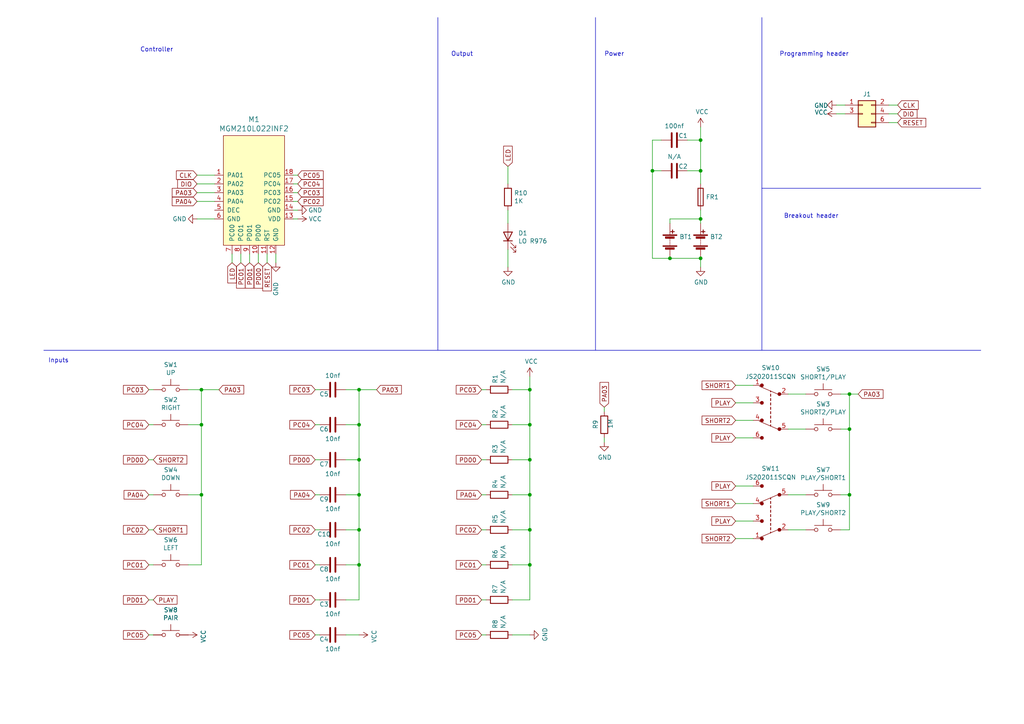
<source format=kicad_sch>
(kicad_sch (version 20230121) (generator eeschema)

  (uuid c7d2fe5c-fb3e-4dc0-8597-5433021b70a5)

  (paper "A4")

  (title_block
    (title "Svagstrømstryk til IKEA TRÅDFRI")
    (date "2023-04-30")
    (rev "1")
    (comment 1 "Design: Per Mejdal Rasmussen, Bo Hermannsen, Peter Holst")
    (comment 2 "License: CC BY-NC-SA 4.0")
    (comment 3 "https://www.printables.com/model/410259")
  )

  (lib_symbols
    (symbol "Connector_Generic:Conn_02x03_Odd_Even" (pin_names (offset 1.016) hide) (in_bom yes) (on_board yes)
      (property "Reference" "J1" (at 1.27 5.715 0)
        (effects (font (size 1.27 1.27)))
      )
      (property "Value" "Conn_02x03_Odd_Even" (at 1.27 5.7404 0)
        (effects (font (size 1.27 1.27)) hide)
      )
      (property "Footprint" "PinHeader_2x02.5_P2.54mm_Vertical:PinHeader_2x02.5_P2.54mm_Vertical" (at 0 0 0)
        (effects (font (size 1.27 1.27)) hide)
      )
      (property "Datasheet" "~" (at 0 0 0)
        (effects (font (size 1.27 1.27)) hide)
      )
      (property "ki_keywords" "connector" (at 0 0 0)
        (effects (font (size 1.27 1.27)) hide)
      )
      (property "ki_description" "Generic connector, double row, 02x03, odd/even pin numbering scheme (row 1 odd numbers, row 2 even numbers), script generated (kicad-library-utils/schlib/autogen/connector/)" (at 0 0 0)
        (effects (font (size 1.27 1.27)) hide)
      )
      (property "ki_fp_filters" "Connector*:*_2x??_*" (at 0 0 0)
        (effects (font (size 1.27 1.27)) hide)
      )
      (symbol "Conn_02x03_Odd_Even_1_1"
        (rectangle (start -1.27 0.127) (end 0 -0.127)
          (stroke (width 0.1524) (type default))
          (fill (type none))
        )
        (rectangle (start -1.27 2.667) (end 0 2.413)
          (stroke (width 0.1524) (type default))
          (fill (type none))
        )
        (rectangle (start -1.27 3.81) (end 3.81 -3.81)
          (stroke (width 0.254) (type default))
          (fill (type background))
        )
        (rectangle (start 3.81 -2.413) (end 2.54 -2.667)
          (stroke (width 0.1524) (type default))
          (fill (type none))
        )
        (rectangle (start 3.81 0.127) (end 2.54 -0.127)
          (stroke (width 0.1524) (type default))
          (fill (type none))
        )
        (rectangle (start 3.81 2.667) (end 2.54 2.413)
          (stroke (width 0.1524) (type default))
          (fill (type none))
        )
        (pin passive line (at -5.08 2.54 0) (length 3.81)
          (name "Pin_1" (effects (font (size 1.27 1.27))))
          (number "1" (effects (font (size 1.27 1.27))))
        )
        (pin passive line (at 7.62 2.54 180) (length 3.81)
          (name "Pin_2" (effects (font (size 1.27 1.27))))
          (number "2" (effects (font (size 1.27 1.27))))
        )
        (pin passive line (at -5.08 0 0) (length 3.81)
          (name "Pin_3" (effects (font (size 1.27 1.27))))
          (number "3" (effects (font (size 1.27 1.27))))
        )
        (pin passive line (at 7.62 0 180) (length 3.81)
          (name "Pin_4" (effects (font (size 1.27 1.27))))
          (number "4" (effects (font (size 1.27 1.27))))
        )
        (pin passive line (at 7.62 -2.54 180) (length 3.81)
          (name "Pin_6" (effects (font (size 1.27 1.27))))
          (number "6" (effects (font (size 1.27 1.27))))
        )
      )
    )
    (symbol "Device:Battery" (pin_numbers hide) (pin_names (offset 0) hide) (in_bom yes) (on_board yes)
      (property "Reference" "BT" (at 2.54 2.54 0)
        (effects (font (size 1.27 1.27)) (justify left))
      )
      (property "Value" "Battery" (at 2.54 0 0)
        (effects (font (size 1.27 1.27)) (justify left))
      )
      (property "Footprint" "" (at 0 1.524 90)
        (effects (font (size 1.27 1.27)) hide)
      )
      (property "Datasheet" "~" (at 0 1.524 90)
        (effects (font (size 1.27 1.27)) hide)
      )
      (property "ki_keywords" "batt voltage-source cell" (at 0 0 0)
        (effects (font (size 1.27 1.27)) hide)
      )
      (property "ki_description" "Multiple-cell battery" (at 0 0 0)
        (effects (font (size 1.27 1.27)) hide)
      )
      (symbol "Battery_0_1"
        (rectangle (start -2.032 -1.397) (end 2.032 -1.651)
          (stroke (width 0) (type default))
          (fill (type outline))
        )
        (rectangle (start -2.032 1.778) (end 2.032 1.524)
          (stroke (width 0) (type default))
          (fill (type outline))
        )
        (rectangle (start -1.3208 -1.9812) (end 1.27 -2.4892)
          (stroke (width 0) (type default))
          (fill (type outline))
        )
        (rectangle (start -1.3208 1.1938) (end 1.27 0.6858)
          (stroke (width 0) (type default))
          (fill (type outline))
        )
        (polyline
          (pts
            (xy 0 -1.524)
            (xy 0 -1.27)
          )
          (stroke (width 0) (type default))
          (fill (type none))
        )
        (polyline
          (pts
            (xy 0 -1.016)
            (xy 0 -0.762)
          )
          (stroke (width 0) (type default))
          (fill (type none))
        )
        (polyline
          (pts
            (xy 0 -0.508)
            (xy 0 -0.254)
          )
          (stroke (width 0) (type default))
          (fill (type none))
        )
        (polyline
          (pts
            (xy 0 0)
            (xy 0 0.254)
          )
          (stroke (width 0) (type default))
          (fill (type none))
        )
        (polyline
          (pts
            (xy 0 0.508)
            (xy 0 0.762)
          )
          (stroke (width 0) (type default))
          (fill (type none))
        )
        (polyline
          (pts
            (xy 0 1.778)
            (xy 0 2.54)
          )
          (stroke (width 0) (type default))
          (fill (type none))
        )
        (polyline
          (pts
            (xy 0.254 2.667)
            (xy 1.27 2.667)
          )
          (stroke (width 0.254) (type default))
          (fill (type none))
        )
        (polyline
          (pts
            (xy 0.762 3.175)
            (xy 0.762 2.159)
          )
          (stroke (width 0.254) (type default))
          (fill (type none))
        )
      )
      (symbol "Battery_1_1"
        (pin passive line (at 0 5.08 270) (length 2.54)
          (name "+" (effects (font (size 1.27 1.27))))
          (number "1" (effects (font (size 1.27 1.27))))
        )
        (pin passive line (at 0 -5.08 90) (length 2.54)
          (name "-" (effects (font (size 1.27 1.27))))
          (number "2" (effects (font (size 1.27 1.27))))
        )
      )
    )
    (symbol "Device:C" (pin_numbers hide) (pin_names (offset 0.254)) (in_bom yes) (on_board yes)
      (property "Reference" "C" (at 0.635 2.54 0)
        (effects (font (size 1.27 1.27)) (justify left))
      )
      (property "Value" "C" (at 0.635 -2.54 0)
        (effects (font (size 1.27 1.27)) (justify left))
      )
      (property "Footprint" "" (at 0.9652 -3.81 0)
        (effects (font (size 1.27 1.27)) hide)
      )
      (property "Datasheet" "~" (at 0 0 0)
        (effects (font (size 1.27 1.27)) hide)
      )
      (property "ki_keywords" "cap capacitor" (at 0 0 0)
        (effects (font (size 1.27 1.27)) hide)
      )
      (property "ki_description" "Unpolarized capacitor" (at 0 0 0)
        (effects (font (size 1.27 1.27)) hide)
      )
      (property "ki_fp_filters" "C_*" (at 0 0 0)
        (effects (font (size 1.27 1.27)) hide)
      )
      (symbol "C_0_1"
        (polyline
          (pts
            (xy -2.032 -0.762)
            (xy 2.032 -0.762)
          )
          (stroke (width 0.508) (type default))
          (fill (type none))
        )
        (polyline
          (pts
            (xy -2.032 0.762)
            (xy 2.032 0.762)
          )
          (stroke (width 0.508) (type default))
          (fill (type none))
        )
      )
      (symbol "C_1_1"
        (pin passive line (at 0 3.81 270) (length 2.794)
          (name "~" (effects (font (size 1.27 1.27))))
          (number "1" (effects (font (size 1.27 1.27))))
        )
        (pin passive line (at 0 -3.81 90) (length 2.794)
          (name "~" (effects (font (size 1.27 1.27))))
          (number "2" (effects (font (size 1.27 1.27))))
        )
      )
    )
    (symbol "Device:Fuse" (pin_numbers hide) (pin_names (offset 0)) (in_bom yes) (on_board yes)
      (property "Reference" "F" (at 2.032 0 90)
        (effects (font (size 1.27 1.27)))
      )
      (property "Value" "Fuse" (at -1.905 0 90)
        (effects (font (size 1.27 1.27)))
      )
      (property "Footprint" "" (at -1.778 0 90)
        (effects (font (size 1.27 1.27)) hide)
      )
      (property "Datasheet" "~" (at 0 0 0)
        (effects (font (size 1.27 1.27)) hide)
      )
      (property "ki_keywords" "fuse" (at 0 0 0)
        (effects (font (size 1.27 1.27)) hide)
      )
      (property "ki_description" "Fuse" (at 0 0 0)
        (effects (font (size 1.27 1.27)) hide)
      )
      (property "ki_fp_filters" "*Fuse*" (at 0 0 0)
        (effects (font (size 1.27 1.27)) hide)
      )
      (symbol "Fuse_0_1"
        (rectangle (start -0.762 -2.54) (end 0.762 2.54)
          (stroke (width 0.254) (type default))
          (fill (type none))
        )
        (polyline
          (pts
            (xy 0 2.54)
            (xy 0 -2.54)
          )
          (stroke (width 0) (type default))
          (fill (type none))
        )
      )
      (symbol "Fuse_1_1"
        (pin passive line (at 0 3.81 270) (length 1.27)
          (name "~" (effects (font (size 1.27 1.27))))
          (number "1" (effects (font (size 1.27 1.27))))
        )
        (pin passive line (at 0 -3.81 90) (length 1.27)
          (name "~" (effects (font (size 1.27 1.27))))
          (number "2" (effects (font (size 1.27 1.27))))
        )
      )
    )
    (symbol "Device:LED" (pin_numbers hide) (pin_names (offset 1.016) hide) (in_bom yes) (on_board yes)
      (property "Reference" "D" (at 0 2.54 0)
        (effects (font (size 1.27 1.27)))
      )
      (property "Value" "LED" (at 0 -2.54 0)
        (effects (font (size 1.27 1.27)))
      )
      (property "Footprint" "" (at 0 0 0)
        (effects (font (size 1.27 1.27)) hide)
      )
      (property "Datasheet" "~" (at 0 0 0)
        (effects (font (size 1.27 1.27)) hide)
      )
      (property "ki_keywords" "LED diode" (at 0 0 0)
        (effects (font (size 1.27 1.27)) hide)
      )
      (property "ki_description" "Light emitting diode" (at 0 0 0)
        (effects (font (size 1.27 1.27)) hide)
      )
      (property "ki_fp_filters" "LED* LED_SMD:* LED_THT:*" (at 0 0 0)
        (effects (font (size 1.27 1.27)) hide)
      )
      (symbol "LED_0_1"
        (polyline
          (pts
            (xy -1.27 -1.27)
            (xy -1.27 1.27)
          )
          (stroke (width 0.254) (type default))
          (fill (type none))
        )
        (polyline
          (pts
            (xy -1.27 0)
            (xy 1.27 0)
          )
          (stroke (width 0) (type default))
          (fill (type none))
        )
        (polyline
          (pts
            (xy 1.27 -1.27)
            (xy 1.27 1.27)
            (xy -1.27 0)
            (xy 1.27 -1.27)
          )
          (stroke (width 0.254) (type default))
          (fill (type none))
        )
        (polyline
          (pts
            (xy -3.048 -0.762)
            (xy -4.572 -2.286)
            (xy -3.81 -2.286)
            (xy -4.572 -2.286)
            (xy -4.572 -1.524)
          )
          (stroke (width 0) (type default))
          (fill (type none))
        )
        (polyline
          (pts
            (xy -1.778 -0.762)
            (xy -3.302 -2.286)
            (xy -2.54 -2.286)
            (xy -3.302 -2.286)
            (xy -3.302 -1.524)
          )
          (stroke (width 0) (type default))
          (fill (type none))
        )
      )
      (symbol "LED_1_1"
        (pin passive line (at -3.81 0 0) (length 2.54)
          (name "K" (effects (font (size 1.27 1.27))))
          (number "1" (effects (font (size 1.27 1.27))))
        )
        (pin passive line (at 3.81 0 180) (length 2.54)
          (name "A" (effects (font (size 1.27 1.27))))
          (number "2" (effects (font (size 1.27 1.27))))
        )
      )
    )
    (symbol "Device:R" (pin_numbers hide) (pin_names (offset 0)) (in_bom yes) (on_board yes)
      (property "Reference" "R" (at 2.032 0 90)
        (effects (font (size 1.27 1.27)))
      )
      (property "Value" "R" (at 0 0 90)
        (effects (font (size 1.27 1.27)))
      )
      (property "Footprint" "" (at -1.778 0 90)
        (effects (font (size 1.27 1.27)) hide)
      )
      (property "Datasheet" "~" (at 0 0 0)
        (effects (font (size 1.27 1.27)) hide)
      )
      (property "ki_keywords" "R res resistor" (at 0 0 0)
        (effects (font (size 1.27 1.27)) hide)
      )
      (property "ki_description" "Resistor" (at 0 0 0)
        (effects (font (size 1.27 1.27)) hide)
      )
      (property "ki_fp_filters" "R_*" (at 0 0 0)
        (effects (font (size 1.27 1.27)) hide)
      )
      (symbol "R_0_1"
        (rectangle (start -1.016 -2.54) (end 1.016 2.54)
          (stroke (width 0.254) (type default))
          (fill (type none))
        )
      )
      (symbol "R_1_1"
        (pin passive line (at 0 3.81 270) (length 1.27)
          (name "~" (effects (font (size 1.27 1.27))))
          (number "1" (effects (font (size 1.27 1.27))))
        )
        (pin passive line (at 0 -3.81 90) (length 1.27)
          (name "~" (effects (font (size 1.27 1.27))))
          (number "2" (effects (font (size 1.27 1.27))))
        )
      )
    )
    (symbol "IKEA_Button2-rescue:MGM210L022INF2-icc-1" (pin_names (offset 1.016)) (in_bom yes) (on_board yes)
      (property "Reference" "M" (at -6.35 17.78 0)
        (effects (font (size 1.524 1.524)))
      )
      (property "Value" "icc-1_MGM210L022INF2" (at 20.32 -16.51 0)
        (effects (font (size 1.524 1.524)))
      )
      (property "Footprint" "" (at 5.08 7.62 0)
        (effects (font (size 1.524 1.524)) hide)
      )
      (property "Datasheet" "" (at 5.08 7.62 0)
        (effects (font (size 1.524 1.524)) hide)
      )
      (symbol "MGM210L022INF2-icc-1_0_1"
        (rectangle (start -8.89 16.51) (end 8.89 -15.24)
          (stroke (width 0) (type solid))
          (fill (type background))
        )
      )
      (symbol "MGM210L022INF2-icc-1_1_1"
        (pin bidirectional line (at -11.43 5.08 0) (length 2.54)
          (name "PA01" (effects (font (size 1.27 1.27))))
          (number "1" (effects (font (size 1.27 1.27))))
        )
        (pin bidirectional line (at 1.27 -17.78 90) (length 2.54)
          (name "PD00" (effects (font (size 1.27 1.27))))
          (number "10" (effects (font (size 1.27 1.27))))
        )
        (pin bidirectional line (at 3.81 -17.78 90) (length 2.54)
          (name "RST" (effects (font (size 1.27 1.27))))
          (number "11" (effects (font (size 1.27 1.27))))
        )
        (pin bidirectional line (at 6.35 -17.78 90) (length 2.54)
          (name "GND" (effects (font (size 1.27 1.27))))
          (number "12" (effects (font (size 1.27 1.27))))
        )
        (pin bidirectional line (at 11.43 -7.62 180) (length 2.54)
          (name "VDD" (effects (font (size 1.27 1.27))))
          (number "13" (effects (font (size 1.27 1.27))))
        )
        (pin bidirectional line (at 11.43 -5.08 180) (length 2.54)
          (name "GND" (effects (font (size 1.27 1.27))))
          (number "14" (effects (font (size 1.27 1.27))))
        )
        (pin bidirectional line (at 11.43 -2.54 180) (length 2.54)
          (name "PC02" (effects (font (size 1.27 1.27))))
          (number "15" (effects (font (size 1.27 1.27))))
        )
        (pin bidirectional line (at 11.43 0 180) (length 2.54)
          (name "PC03" (effects (font (size 1.27 1.27))))
          (number "16" (effects (font (size 1.27 1.27))))
        )
        (pin bidirectional line (at 11.43 2.54 180) (length 2.54)
          (name "PC04" (effects (font (size 1.27 1.27))))
          (number "17" (effects (font (size 1.27 1.27))))
        )
        (pin bidirectional line (at 11.43 5.08 180) (length 2.54)
          (name "PC05" (effects (font (size 1.27 1.27))))
          (number "18" (effects (font (size 1.27 1.27))))
        )
        (pin bidirectional line (at -11.43 2.54 0) (length 2.54)
          (name "PA02" (effects (font (size 1.27 1.27))))
          (number "2" (effects (font (size 1.27 1.27))))
        )
        (pin bidirectional line (at -11.43 0 0) (length 2.54)
          (name "PA03" (effects (font (size 1.27 1.27))))
          (number "3" (effects (font (size 1.27 1.27))))
        )
        (pin bidirectional line (at -11.43 -2.54 0) (length 2.54)
          (name "PA04" (effects (font (size 1.27 1.27))))
          (number "4" (effects (font (size 1.27 1.27))))
        )
        (pin bidirectional line (at -11.43 -5.08 0) (length 2.54)
          (name "DEC" (effects (font (size 1.27 1.27))))
          (number "5" (effects (font (size 1.27 1.27))))
        )
        (pin bidirectional line (at -11.43 -7.62 0) (length 2.54)
          (name "GND" (effects (font (size 1.27 1.27))))
          (number "6" (effects (font (size 1.27 1.27))))
        )
        (pin bidirectional line (at -6.35 -17.78 90) (length 2.54)
          (name "PC00" (effects (font (size 1.27 1.27))))
          (number "7" (effects (font (size 1.27 1.27))))
        )
        (pin bidirectional line (at -3.81 -17.78 90) (length 2.54)
          (name "PC01" (effects (font (size 1.27 1.27))))
          (number "8" (effects (font (size 1.27 1.27))))
        )
        (pin bidirectional line (at -1.27 -17.78 90) (length 2.54)
          (name "PD01" (effects (font (size 1.27 1.27))))
          (number "9" (effects (font (size 1.27 1.27))))
        )
      )
    )
    (symbol "Switch:SW_Push" (pin_numbers hide) (pin_names (offset 1.016) hide) (in_bom yes) (on_board yes)
      (property "Reference" "SW" (at 1.27 2.54 0)
        (effects (font (size 1.27 1.27)) (justify left))
      )
      (property "Value" "SW_Push" (at 0 -1.524 0)
        (effects (font (size 1.27 1.27)))
      )
      (property "Footprint" "" (at 0 5.08 0)
        (effects (font (size 1.27 1.27)) hide)
      )
      (property "Datasheet" "~" (at 0 5.08 0)
        (effects (font (size 1.27 1.27)) hide)
      )
      (property "ki_keywords" "switch normally-open pushbutton push-button" (at 0 0 0)
        (effects (font (size 1.27 1.27)) hide)
      )
      (property "ki_description" "Push button switch, generic, two pins" (at 0 0 0)
        (effects (font (size 1.27 1.27)) hide)
      )
      (symbol "SW_Push_0_1"
        (circle (center -2.032 0) (radius 0.508)
          (stroke (width 0) (type default))
          (fill (type none))
        )
        (polyline
          (pts
            (xy 0 1.27)
            (xy 0 3.048)
          )
          (stroke (width 0) (type default))
          (fill (type none))
        )
        (polyline
          (pts
            (xy 2.54 1.27)
            (xy -2.54 1.27)
          )
          (stroke (width 0) (type default))
          (fill (type none))
        )
        (circle (center 2.032 0) (radius 0.508)
          (stroke (width 0) (type default))
          (fill (type none))
        )
        (pin passive line (at -5.08 0 0) (length 2.54)
          (name "1" (effects (font (size 1.27 1.27))))
          (number "1" (effects (font (size 1.27 1.27))))
        )
        (pin passive line (at 5.08 0 180) (length 2.54)
          (name "2" (effects (font (size 1.27 1.27))))
          (number "2" (effects (font (size 1.27 1.27))))
        )
      )
    )
    (symbol "dk_Slide-Switches:JS202011SCQN" (pin_names (offset 0)) (in_bom yes) (on_board yes)
      (property "Reference" "S" (at -3.81 8.255 0)
        (effects (font (size 1.27 1.27)))
      )
      (property "Value" "JS202011SCQN" (at 0 -11.43 0)
        (effects (font (size 1.27 1.27)))
      )
      (property "Footprint" "digikey-footprints:Switch_Slide_JS202011SCQN" (at 5.08 5.08 0)
        (effects (font (size 1.27 1.27)) (justify left) hide)
      )
      (property "Datasheet" "https://www.ckswitches.com/media/1422/js.pdf" (at 5.08 7.62 0)
        (effects (font (size 1.524 1.524)) (justify left) hide)
      )
      (property "Digi-Key_PN" "401-2002-1-ND" (at 5.08 10.16 0)
        (effects (font (size 1.524 1.524)) (justify left) hide)
      )
      (property "MPN" "JS202011SCQN" (at 5.08 12.7 0)
        (effects (font (size 1.524 1.524)) (justify left) hide)
      )
      (property "Category" "Switches" (at 5.08 15.24 0)
        (effects (font (size 1.524 1.524)) (justify left) hide)
      )
      (property "Family" "Slide Switches" (at 5.08 17.78 0)
        (effects (font (size 1.524 1.524)) (justify left) hide)
      )
      (property "DK_Datasheet_Link" "https://www.ckswitches.com/media/1422/js.pdf" (at 5.08 20.32 0)
        (effects (font (size 1.524 1.524)) (justify left) hide)
      )
      (property "DK_Detail_Page" "/product-detail/en/c-k/JS202011SCQN/401-2002-1-ND/1640098" (at 5.08 22.86 0)
        (effects (font (size 1.524 1.524)) (justify left) hide)
      )
      (property "Description" "SWITCH SLIDE DPDT 300MA 6V" (at 5.08 25.4 0)
        (effects (font (size 1.524 1.524)) (justify left) hide)
      )
      (property "Manufacturer" "C&K" (at 5.08 27.94 0)
        (effects (font (size 1.524 1.524)) (justify left) hide)
      )
      (property "Status" "Active" (at 5.08 30.48 0)
        (effects (font (size 1.524 1.524)) (justify left) hide)
      )
      (property "ki_keywords" "401-2002-1-ND JS" (at 0 0 0)
        (effects (font (size 1.27 1.27)) hide)
      )
      (property "ki_description" "SWITCH SLIDE DPDT 300MA 6V" (at 0 0 0)
        (effects (font (size 1.27 1.27)) hide)
      )
      (symbol "JS202011SCQN_0_1"
        (circle (center -2.54 -5.08) (radius 0.4572)
          (stroke (width 0) (type solid))
          (fill (type outline))
        )
        (circle (center -2.54 5.08) (radius 0.4572)
          (stroke (width 0) (type solid))
          (fill (type outline))
        )
        (polyline
          (pts
            (xy -2.032 -5.08)
            (xy 3.302 -2.794)
          )
          (stroke (width 0) (type solid))
          (fill (type none))
        )
        (polyline
          (pts
            (xy -2.032 5.08)
            (xy 3.302 7.366)
          )
          (stroke (width 0) (type solid))
          (fill (type none))
        )
        (polyline
          (pts
            (xy 0 -3.81)
            (xy 0 -4.191)
          )
          (stroke (width 0.254) (type solid))
          (fill (type none))
        )
        (polyline
          (pts
            (xy 0 -2.54)
            (xy 0 -3.175)
          )
          (stroke (width 0.254) (type solid))
          (fill (type none))
        )
        (polyline
          (pts
            (xy 0 -1.27)
            (xy 0 -1.905)
          )
          (stroke (width 0.254) (type solid))
          (fill (type none))
        )
        (polyline
          (pts
            (xy 0 0)
            (xy 0 -0.635)
          )
          (stroke (width 0.254) (type solid))
          (fill (type none))
        )
        (polyline
          (pts
            (xy 0 1.27)
            (xy 0 0.635)
          )
          (stroke (width 0.254) (type solid))
          (fill (type none))
        )
        (polyline
          (pts
            (xy 0 2.54)
            (xy 0 1.905)
          )
          (stroke (width 0.254) (type solid))
          (fill (type none))
        )
        (polyline
          (pts
            (xy 0 3.81)
            (xy 0 3.175)
          )
          (stroke (width 0.254) (type solid))
          (fill (type none))
        )
        (polyline
          (pts
            (xy 0 5.08)
            (xy 0 4.445)
          )
          (stroke (width 0.254) (type solid))
          (fill (type none))
        )
        (polyline
          (pts
            (xy 0 5.969)
            (xy 0 5.715)
          )
          (stroke (width 0.254) (type solid))
          (fill (type none))
        )
        (circle (center 2.54 -7.62) (radius 0.4572)
          (stroke (width 0) (type solid))
          (fill (type outline))
        )
        (circle (center 2.54 -2.54) (radius 0.4572)
          (stroke (width 0) (type solid))
          (fill (type outline))
        )
        (circle (center 2.54 2.54) (radius 0.4572)
          (stroke (width 0) (type solid))
          (fill (type outline))
        )
        (circle (center 2.54 7.62) (radius 0.4572)
          (stroke (width 0) (type solid))
          (fill (type outline))
        )
      )
      (symbol "JS202011SCQN_1_1"
        (pin passive line (at 5.08 7.62 180) (length 2.54)
          (name "~" (effects (font (size 1.27 1.27))))
          (number "1" (effects (font (size 1.27 1.27))))
        )
        (pin passive line (at -5.08 5.08 0) (length 2.54)
          (name "~" (effects (font (size 1.27 1.27))))
          (number "2" (effects (font (size 1.27 1.27))))
        )
        (pin passive line (at 5.08 2.54 180) (length 2.54)
          (name "~" (effects (font (size 1.27 1.27))))
          (number "3" (effects (font (size 1.27 1.27))))
        )
        (pin passive line (at 5.08 -2.54 180) (length 2.54)
          (name "~" (effects (font (size 1.27 1.27))))
          (number "4" (effects (font (size 1.27 1.27))))
        )
        (pin passive line (at -5.08 -5.08 0) (length 2.54)
          (name "~" (effects (font (size 1.27 1.27))))
          (number "5" (effects (font (size 1.27 1.27))))
        )
        (pin passive line (at 5.08 -7.62 180) (length 2.54)
          (name "~" (effects (font (size 1.27 1.27))))
          (number "6" (effects (font (size 1.27 1.27))))
        )
      )
    )
    (symbol "power:GND" (power) (pin_names (offset 0)) (in_bom yes) (on_board yes)
      (property "Reference" "#PWR" (at 0 -6.35 0)
        (effects (font (size 1.27 1.27)) hide)
      )
      (property "Value" "GND" (at 0 -3.81 0)
        (effects (font (size 1.27 1.27)))
      )
      (property "Footprint" "" (at 0 0 0)
        (effects (font (size 1.27 1.27)) hide)
      )
      (property "Datasheet" "" (at 0 0 0)
        (effects (font (size 1.27 1.27)) hide)
      )
      (property "ki_keywords" "global power" (at 0 0 0)
        (effects (font (size 1.27 1.27)) hide)
      )
      (property "ki_description" "Power symbol creates a global label with name \"GND\" , ground" (at 0 0 0)
        (effects (font (size 1.27 1.27)) hide)
      )
      (symbol "GND_0_1"
        (polyline
          (pts
            (xy 0 0)
            (xy 0 -1.27)
            (xy 1.27 -1.27)
            (xy 0 -2.54)
            (xy -1.27 -1.27)
            (xy 0 -1.27)
          )
          (stroke (width 0) (type default))
          (fill (type none))
        )
      )
      (symbol "GND_1_1"
        (pin power_in line (at 0 0 270) (length 0) hide
          (name "GND" (effects (font (size 1.27 1.27))))
          (number "1" (effects (font (size 1.27 1.27))))
        )
      )
    )
    (symbol "power:VCC" (power) (pin_names (offset 0)) (in_bom yes) (on_board yes)
      (property "Reference" "#PWR" (at 0 -3.81 0)
        (effects (font (size 1.27 1.27)) hide)
      )
      (property "Value" "VCC" (at 0 3.81 0)
        (effects (font (size 1.27 1.27)))
      )
      (property "Footprint" "" (at 0 0 0)
        (effects (font (size 1.27 1.27)) hide)
      )
      (property "Datasheet" "" (at 0 0 0)
        (effects (font (size 1.27 1.27)) hide)
      )
      (property "ki_keywords" "global power" (at 0 0 0)
        (effects (font (size 1.27 1.27)) hide)
      )
      (property "ki_description" "Power symbol creates a global label with name \"VCC\"" (at 0 0 0)
        (effects (font (size 1.27 1.27)) hide)
      )
      (symbol "VCC_0_1"
        (polyline
          (pts
            (xy -0.762 1.27)
            (xy 0 2.54)
          )
          (stroke (width 0) (type default))
          (fill (type none))
        )
        (polyline
          (pts
            (xy 0 0)
            (xy 0 2.54)
          )
          (stroke (width 0) (type default))
          (fill (type none))
        )
        (polyline
          (pts
            (xy 0 2.54)
            (xy 0.762 1.27)
          )
          (stroke (width 0) (type default))
          (fill (type none))
        )
      )
      (symbol "VCC_1_1"
        (pin power_in line (at 0 0 90) (length 0) hide
          (name "VCC" (effects (font (size 1.27 1.27))))
          (number "1" (effects (font (size 1.27 1.27))))
        )
      )
    )
  )

  (junction (at 203.2 63.5) (diameter 0) (color 0 0 0 0)
    (uuid 0b36f5cf-5893-4090-86cc-cac1c897a00c)
  )
  (junction (at 203.2 74.93) (diameter 0) (color 0 0 0 0)
    (uuid 0b5822cd-746f-4953-aa61-6e7a2a3154fe)
  )
  (junction (at 194.31 74.93) (diameter 0) (color 0 0 0 0)
    (uuid 1266a3ab-15f9-4625-8a14-dda4e8473ac4)
  )
  (junction (at 58.42 123.19) (diameter 0) (color 0 0 0 0)
    (uuid 12938b95-c689-4cb3-83f4-06c56856c319)
  )
  (junction (at 246.38 124.46) (diameter 0) (color 0 0 0 0)
    (uuid 20abcd29-fa65-4878-8902-61e00b6239f6)
  )
  (junction (at 104.14 123.19) (diameter 0) (color 0 0 0 0)
    (uuid 2408bd06-80c0-4fb6-a7aa-d3cbdbf78876)
  )
  (junction (at 104.14 143.51) (diameter 0) (color 0 0 0 0)
    (uuid 31afac2e-8460-4ad5-96fa-a1669dc28264)
  )
  (junction (at 203.2 49.53) (diameter 0) (color 0 0 0 0)
    (uuid 352d284c-fc5d-4f2f-afa2-17706642fea9)
  )
  (junction (at 58.42 143.51) (diameter 0) (color 0 0 0 0)
    (uuid 4777a175-7cde-4672-be2b-84356e534ce2)
  )
  (junction (at 104.14 153.67) (diameter 0) (color 0 0 0 0)
    (uuid 484871ea-fa50-405e-960b-8004bb9e44d9)
  )
  (junction (at 104.14 163.83) (diameter 0) (color 0 0 0 0)
    (uuid 4c7c5b8f-8f9e-40ae-8f89-6eb0e9ae7076)
  )
  (junction (at 153.67 163.83) (diameter 0) (color 0 0 0 0)
    (uuid 51837aa4-3cb4-4229-85a2-69b55ec06b21)
  )
  (junction (at 153.67 113.03) (diameter 0) (color 0 0 0 0)
    (uuid 693b6cbc-aa01-49db-b526-44918b155697)
  )
  (junction (at 153.67 153.67) (diameter 0) (color 0 0 0 0)
    (uuid 76ab42b8-bb79-47ad-961d-d5cc30d97b92)
  )
  (junction (at 153.67 133.35) (diameter 0) (color 0 0 0 0)
    (uuid 818e5b27-1279-4df6-83ef-70298b43cb4b)
  )
  (junction (at 58.42 113.03) (diameter 0) (color 0 0 0 0)
    (uuid 9a6e8d40-38de-4e7a-a9a3-b90599ce256c)
  )
  (junction (at 104.14 113.03) (diameter 0) (color 0 0 0 0)
    (uuid a1453a28-2630-4cd2-81e2-d9be81f3cf9d)
  )
  (junction (at 203.2 40.64) (diameter 0) (color 0 0 0 0)
    (uuid a9acb3b3-4905-4aca-8ea5-83ed50080bad)
  )
  (junction (at 104.14 133.35) (diameter 0) (color 0 0 0 0)
    (uuid ae37872e-0c7c-430c-8a0d-81fc34b2026a)
  )
  (junction (at 153.67 143.51) (diameter 0) (color 0 0 0 0)
    (uuid b0cb22d8-5503-4984-9283-512b289ef465)
  )
  (junction (at 246.38 143.51) (diameter 0) (color 0 0 0 0)
    (uuid d3fa08ee-f4d4-4b1f-ae46-a18c0b52a8ca)
  )
  (junction (at 246.38 114.3) (diameter 0) (color 0 0 0 0)
    (uuid e16e5713-469c-4b87-8732-c68e7e08afd2)
  )
  (junction (at 153.67 123.19) (diameter 0) (color 0 0 0 0)
    (uuid f5b154a3-c23d-4b04-aa31-94e52de734f0)
  )
  (junction (at 189.23 49.53) (diameter 0) (color 0 0 0 0)
    (uuid f84518a9-37ac-4bfe-b90d-06ba0e12f092)
  )

  (wire (pts (xy 139.7 113.03) (xy 140.97 113.03))
    (stroke (width 0) (type default))
    (uuid 027e40e8-8ab5-442a-a6e9-a781c496aa22)
  )
  (wire (pts (xy 54.61 143.51) (xy 58.42 143.51))
    (stroke (width 0) (type default))
    (uuid 03677067-b08c-4811-83ef-ae1a95b9c449)
  )
  (wire (pts (xy 57.15 63.5) (xy 62.23 63.5))
    (stroke (width 0) (type default))
    (uuid 057c5fce-fe96-419f-abd6-61bd40b48f65)
  )
  (wire (pts (xy 203.2 49.53) (xy 203.2 40.64))
    (stroke (width 0) (type default))
    (uuid 058d2bcf-a830-49b8-baf4-7f72c5907c11)
  )
  (wire (pts (xy 92.71 133.35) (xy 91.44 133.35))
    (stroke (width 0) (type default))
    (uuid 06867938-25d9-44c2-8f4d-d70e580e9197)
  )
  (polyline (pts (xy 12.7 101.6) (xy 284.48 101.6))
    (stroke (width 0) (type default))
    (uuid 0d13cb1d-eb5b-40d6-88e2-84c0e79baf71)
  )

  (wire (pts (xy 62.23 58.42) (xy 57.15 58.42))
    (stroke (width 0) (type default))
    (uuid 0d31d8b5-ac09-413a-b1fb-2505cd5517b4)
  )
  (wire (pts (xy 148.59 123.19) (xy 153.67 123.19))
    (stroke (width 0) (type default))
    (uuid 10350f71-1101-4283-af9e-ea680a8257cf)
  )
  (wire (pts (xy 213.36 140.97) (xy 218.44 140.97))
    (stroke (width 0) (type default))
    (uuid 14b4e54a-709d-422e-8a8b-170c3d99f3be)
  )
  (wire (pts (xy 153.67 143.51) (xy 153.67 153.67))
    (stroke (width 0) (type default))
    (uuid 177ba350-cd36-4214-b9b0-da2db32bb3ac)
  )
  (wire (pts (xy 148.59 173.99) (xy 153.67 173.99))
    (stroke (width 0) (type default))
    (uuid 1839acb9-f8e6-412d-862a-ee4ee4cf3325)
  )
  (wire (pts (xy 43.18 133.35) (xy 44.45 133.35))
    (stroke (width 0) (type default))
    (uuid 1b1fccf8-d9f4-4f4c-81b9-49b4528bc259)
  )
  (wire (pts (xy 67.31 76.2) (xy 67.31 73.66))
    (stroke (width 0) (type default))
    (uuid 1cd4c9e8-9b63-47e4-af50-ddb2998ab980)
  )
  (wire (pts (xy 85.09 55.88) (xy 86.36 55.88))
    (stroke (width 0) (type default))
    (uuid 1cf05704-3a99-41d2-8055-9199de469e69)
  )
  (wire (pts (xy 43.18 173.99) (xy 44.45 173.99))
    (stroke (width 0) (type default))
    (uuid 1d9f3cd0-6eae-4ca3-b64f-b1ec2757bc15)
  )
  (wire (pts (xy 147.32 48.26) (xy 147.32 53.34))
    (stroke (width 0) (type default))
    (uuid 1dc6fcad-254a-4fb6-a85a-dedb359366c2)
  )
  (wire (pts (xy 100.33 173.99) (xy 104.14 173.99))
    (stroke (width 0) (type default))
    (uuid 1de7012a-07b7-4a06-80bd-56a5338faf63)
  )
  (wire (pts (xy 58.42 113.03) (xy 63.5 113.03))
    (stroke (width 0) (type default))
    (uuid 1faffbec-bef5-4d88-9a72-f21bdaecfebf)
  )
  (wire (pts (xy 246.38 143.51) (xy 246.38 153.67))
    (stroke (width 0) (type default))
    (uuid 225c2106-5460-4c4c-89f6-ef312b4c57b7)
  )
  (wire (pts (xy 175.26 118.11) (xy 175.26 119.38))
    (stroke (width 0) (type default))
    (uuid 272334a5-56ae-4a71-8a38-1da82cea5915)
  )
  (wire (pts (xy 104.14 123.19) (xy 104.14 113.03))
    (stroke (width 0) (type default))
    (uuid 2a1cf422-e171-41e2-8d44-27b59d441ff1)
  )
  (wire (pts (xy 104.14 163.83) (xy 104.14 153.67))
    (stroke (width 0) (type default))
    (uuid 2a3fe4ba-9943-4d54-82a4-292c64001815)
  )
  (wire (pts (xy 104.14 153.67) (xy 104.14 143.51))
    (stroke (width 0) (type default))
    (uuid 2f0d62c1-c390-474d-8cc9-e59fe0396462)
  )
  (wire (pts (xy 92.71 153.67) (xy 91.44 153.67))
    (stroke (width 0) (type default))
    (uuid 33d9477f-9f78-4403-9b39-2fb34178ceb0)
  )
  (wire (pts (xy 139.7 184.15) (xy 140.97 184.15))
    (stroke (width 0) (type default))
    (uuid 345ed8db-7f3a-4680-ae12-9ffc199dfb2b)
  )
  (wire (pts (xy 100.33 184.15) (xy 104.14 184.15))
    (stroke (width 0) (type default))
    (uuid 35354fe7-33b9-4020-a285-620d13cf18bf)
  )
  (wire (pts (xy 203.2 63.5) (xy 203.2 64.77))
    (stroke (width 0) (type default))
    (uuid 357b5cb7-c0a8-48de-884c-9c5183314549)
  )
  (wire (pts (xy 203.2 40.64) (xy 199.39 40.64))
    (stroke (width 0) (type default))
    (uuid 36ce9dc1-2c00-41ae-855a-700ac9c272a3)
  )
  (wire (pts (xy 189.23 74.93) (xy 194.31 74.93))
    (stroke (width 0) (type default))
    (uuid 39a6e413-36ee-47c3-ab11-44aa50757fab)
  )
  (wire (pts (xy 153.67 133.35) (xy 153.67 143.51))
    (stroke (width 0) (type default))
    (uuid 39e05152-3214-4025-9139-9fc3dcbdfd29)
  )
  (wire (pts (xy 189.23 49.53) (xy 189.23 74.93))
    (stroke (width 0) (type default))
    (uuid 3b8ad560-f802-4898-90d1-f29053425804)
  )
  (wire (pts (xy 104.14 133.35) (xy 104.14 123.19))
    (stroke (width 0) (type default))
    (uuid 3b9b502e-83c3-40a8-a7c4-459b9af441b4)
  )
  (wire (pts (xy 100.33 153.67) (xy 104.14 153.67))
    (stroke (width 0) (type default))
    (uuid 3c3fc7c1-f82b-4ee2-b16b-99a0a7fc69ed)
  )
  (wire (pts (xy 243.84 124.46) (xy 246.38 124.46))
    (stroke (width 0) (type default))
    (uuid 3e7b3bb8-45bc-424f-8b24-45440a10236d)
  )
  (wire (pts (xy 100.33 143.51) (xy 104.14 143.51))
    (stroke (width 0) (type default))
    (uuid 3ec2ff9f-b516-4816-924e-a11b859dbab3)
  )
  (wire (pts (xy 189.23 40.64) (xy 189.23 49.53))
    (stroke (width 0) (type default))
    (uuid 3faf2d52-c054-4bc2-8081-4c4952cb101c)
  )
  (wire (pts (xy 43.18 153.67) (xy 44.45 153.67))
    (stroke (width 0) (type default))
    (uuid 41e1bd7d-1eb3-4308-90cb-2f4b2030b2bf)
  )
  (wire (pts (xy 203.2 49.53) (xy 203.2 53.34))
    (stroke (width 0) (type default))
    (uuid 42499b07-04ef-494c-9e97-99ffef5908c6)
  )
  (wire (pts (xy 194.31 64.77) (xy 194.31 63.5))
    (stroke (width 0) (type default))
    (uuid 44b2799e-02e1-4a0e-b819-33c72b8f02ec)
  )
  (wire (pts (xy 246.38 124.46) (xy 246.38 143.51))
    (stroke (width 0) (type default))
    (uuid 45020a47-feb5-4674-9348-20ccc36af171)
  )
  (wire (pts (xy 100.33 123.19) (xy 104.14 123.19))
    (stroke (width 0) (type default))
    (uuid 459d63de-e8f1-4cfa-96f2-a9d0bf92bbe9)
  )
  (wire (pts (xy 213.36 121.92) (xy 218.44 121.92))
    (stroke (width 0) (type default))
    (uuid 46435296-77da-4d37-8039-3308b0fab242)
  )
  (wire (pts (xy 92.71 113.03) (xy 91.44 113.03))
    (stroke (width 0) (type default))
    (uuid 46e4b420-0c49-4c64-a028-89c868ee0560)
  )
  (wire (pts (xy 203.2 40.64) (xy 203.2 36.83))
    (stroke (width 0) (type default))
    (uuid 47e9dda4-3543-44dd-94fa-dca3e290afda)
  )
  (wire (pts (xy 58.42 143.51) (xy 58.42 163.83))
    (stroke (width 0) (type default))
    (uuid 4db2b784-be21-4570-bcf7-eed804260186)
  )
  (wire (pts (xy 86.36 60.96) (xy 85.09 60.96))
    (stroke (width 0) (type default))
    (uuid 5424560b-8e19-41ca-877e-3b63a2322204)
  )
  (wire (pts (xy 58.42 123.19) (xy 58.42 113.03))
    (stroke (width 0) (type default))
    (uuid 58f561d2-31fb-4058-8a1d-ca5ab17a0a27)
  )
  (wire (pts (xy 139.7 153.67) (xy 140.97 153.67))
    (stroke (width 0) (type default))
    (uuid 5ba041b6-c24b-45d0-840d-1c6ba4633719)
  )
  (wire (pts (xy 228.6 143.51) (xy 233.68 143.51))
    (stroke (width 0) (type default))
    (uuid 5cd297b0-7dfe-4940-a4ab-d80e1e741d41)
  )
  (wire (pts (xy 246.38 153.67) (xy 243.84 153.67))
    (stroke (width 0) (type default))
    (uuid 5f8c1019-1e2f-4d7e-a638-3e143971a991)
  )
  (wire (pts (xy 153.67 113.03) (xy 153.67 109.22))
    (stroke (width 0) (type default))
    (uuid 60eed009-22f6-4114-9ab3-5eee1147340b)
  )
  (wire (pts (xy 92.71 123.19) (xy 91.44 123.19))
    (stroke (width 0) (type default))
    (uuid 66f43841-c477-4966-b136-eb75cdaf68f2)
  )
  (wire (pts (xy 148.59 133.35) (xy 153.67 133.35))
    (stroke (width 0) (type default))
    (uuid 690e2a59-02e6-4b12-9e06-c7617b90ce8a)
  )
  (wire (pts (xy 139.7 173.99) (xy 140.97 173.99))
    (stroke (width 0) (type default))
    (uuid 6ae6156d-c094-45f4-9c4f-110a48e92f7d)
  )
  (wire (pts (xy 228.6 153.67) (xy 233.68 153.67))
    (stroke (width 0) (type default))
    (uuid 6c4ff9ad-aa8f-42b8-8c44-c126797dac52)
  )
  (polyline (pts (xy 220.98 54.61) (xy 284.48 54.61))
    (stroke (width 0) (type default))
    (uuid 6e1a26b3-b270-42fb-9554-74c595d49cb9)
  )

  (wire (pts (xy 69.85 73.66) (xy 69.85 76.2))
    (stroke (width 0) (type default))
    (uuid 6e455fc9-b6bd-4a1d-9e6e-f250146bb537)
  )
  (wire (pts (xy 92.71 173.99) (xy 91.44 173.99))
    (stroke (width 0) (type default))
    (uuid 6f7a09ac-04cc-4cf5-aa4e-ea500aa43e05)
  )
  (wire (pts (xy 213.36 146.05) (xy 218.44 146.05))
    (stroke (width 0) (type default))
    (uuid 6fee7fbe-c4b5-4e20-9d00-ddc63d796e5d)
  )
  (wire (pts (xy 213.36 127) (xy 218.44 127))
    (stroke (width 0) (type default))
    (uuid 705d9c45-445a-4106-8b3a-e0b81978aac9)
  )
  (wire (pts (xy 80.01 73.66) (xy 80.01 76.2))
    (stroke (width 0) (type default))
    (uuid 716889b4-49ac-4726-a7b4-b753bdd4d4c0)
  )
  (wire (pts (xy 228.6 114.3) (xy 233.68 114.3))
    (stroke (width 0) (type default))
    (uuid 77077536-2443-4089-89ac-99b20b87143a)
  )
  (wire (pts (xy 85.09 53.34) (xy 86.36 53.34))
    (stroke (width 0) (type default))
    (uuid 7866460e-e111-47d3-981f-dc1399780e52)
  )
  (wire (pts (xy 43.18 123.19) (xy 44.45 123.19))
    (stroke (width 0) (type default))
    (uuid 793f1acb-3359-4399-bfde-c36c27bff95e)
  )
  (wire (pts (xy 153.67 113.03) (xy 148.59 113.03))
    (stroke (width 0) (type default))
    (uuid 7940da5c-3bbe-4c9f-8368-31a390e2819b)
  )
  (polyline (pts (xy 127 5.08) (xy 127 101.6))
    (stroke (width 0) (type default))
    (uuid 7c468924-386d-49ca-85c6-91dcc3b8bd05)
  )

  (wire (pts (xy 148.59 153.67) (xy 153.67 153.67))
    (stroke (width 0) (type default))
    (uuid 7ca30f7d-6b88-4306-a31d-4cfcfcdc409a)
  )
  (wire (pts (xy 104.14 113.03) (xy 109.22 113.03))
    (stroke (width 0) (type default))
    (uuid 7feaf855-0793-48e2-9981-8d61d04a51b3)
  )
  (wire (pts (xy 245.11 33.02) (xy 242.57 33.02))
    (stroke (width 0) (type default))
    (uuid 82c68b48-a45c-45ab-831e-2e3cc51c18ea)
  )
  (wire (pts (xy 104.14 173.99) (xy 104.14 163.83))
    (stroke (width 0) (type default))
    (uuid 871059c9-c73c-4608-8826-f7ff13dd724b)
  )
  (wire (pts (xy 104.14 143.51) (xy 104.14 133.35))
    (stroke (width 0) (type default))
    (uuid 8988922b-f36a-4ec1-9d84-2f5629b8e235)
  )
  (wire (pts (xy 43.18 163.83) (xy 44.45 163.83))
    (stroke (width 0) (type default))
    (uuid 8df06ed1-e6ab-4dc7-a998-d7bd76affde3)
  )
  (wire (pts (xy 86.36 50.8) (xy 85.09 50.8))
    (stroke (width 0) (type default))
    (uuid 8df7a5a4-0f4e-4d08-be5a-c823cb831048)
  )
  (wire (pts (xy 245.11 30.48) (xy 242.57 30.48))
    (stroke (width 0) (type default))
    (uuid 8f161fc5-d6a2-433c-bbe6-b1b2666d06ff)
  )
  (wire (pts (xy 246.38 114.3) (xy 246.38 124.46))
    (stroke (width 0) (type default))
    (uuid 94bbd341-2808-49b0-a18c-ea82b7eb634d)
  )
  (wire (pts (xy 213.36 156.21) (xy 218.44 156.21))
    (stroke (width 0) (type default))
    (uuid 967527d4-f9d2-4bbf-b477-a473a62f3154)
  )
  (wire (pts (xy 54.61 163.83) (xy 58.42 163.83))
    (stroke (width 0) (type default))
    (uuid 978540bd-51de-41af-90aa-ca56b876b747)
  )
  (wire (pts (xy 100.33 163.83) (xy 104.14 163.83))
    (stroke (width 0) (type default))
    (uuid 98e7a577-7568-4048-a81a-f6cc4b1691a4)
  )
  (wire (pts (xy 153.67 153.67) (xy 153.67 163.83))
    (stroke (width 0) (type default))
    (uuid a0813d92-a63a-40ba-97be-4f70e3f2e190)
  )
  (wire (pts (xy 175.26 127) (xy 175.26 128.27))
    (stroke (width 0) (type default))
    (uuid a179e939-8cb1-43f9-8ed1-06661b81c950)
  )
  (wire (pts (xy 92.71 163.83) (xy 91.44 163.83))
    (stroke (width 0) (type default))
    (uuid a2e83675-c1cc-40e8-a7be-463289c9582c)
  )
  (wire (pts (xy 257.81 30.48) (xy 260.35 30.48))
    (stroke (width 0) (type default))
    (uuid a4caa75a-a02e-4dd0-ac01-a6ab54251c91)
  )
  (wire (pts (xy 194.31 74.93) (xy 203.2 74.93))
    (stroke (width 0) (type default))
    (uuid a5a2c192-c0d9-4d7f-9291-f1401450e5de)
  )
  (wire (pts (xy 58.42 113.03) (xy 54.61 113.03))
    (stroke (width 0) (type default))
    (uuid a6bb06fd-fede-4530-8f58-8ac30dc87715)
  )
  (wire (pts (xy 100.33 133.35) (xy 104.14 133.35))
    (stroke (width 0) (type default))
    (uuid a7f895c7-194a-4dd6-b771-023deda02c4c)
  )
  (wire (pts (xy 72.39 73.66) (xy 72.39 76.2))
    (stroke (width 0) (type default))
    (uuid aa55fcd4-3d41-443c-acf2-9f0b049bf490)
  )
  (wire (pts (xy 243.84 114.3) (xy 246.38 114.3))
    (stroke (width 0) (type default))
    (uuid abe6fd73-bba5-4172-9afd-bc9b9dcdace3)
  )
  (wire (pts (xy 203.2 74.93) (xy 203.2 77.47))
    (stroke (width 0) (type default))
    (uuid af48e273-8976-4b3d-af9b-9e725ed3e7f5)
  )
  (wire (pts (xy 77.47 73.66) (xy 77.47 76.2))
    (stroke (width 0) (type default))
    (uuid b0c04cd7-3f88-4f0a-8c7d-86f3b6d60266)
  )
  (wire (pts (xy 86.36 63.5) (xy 85.09 63.5))
    (stroke (width 0) (type default))
    (uuid b14096c0-1624-4c0d-9590-6424ba3db118)
  )
  (wire (pts (xy 213.36 111.76) (xy 218.44 111.76))
    (stroke (width 0) (type default))
    (uuid b667f104-8c58-48ef-b48a-6edad29abd34)
  )
  (wire (pts (xy 153.67 113.03) (xy 153.67 123.19))
    (stroke (width 0) (type default))
    (uuid b7514e05-f728-467b-aec6-b210a0c56368)
  )
  (polyline (pts (xy 172.72 101.6) (xy 172.72 5.08))
    (stroke (width 0) (type default))
    (uuid bef2875a-6875-4655-9376-6fceebca6dd1)
  )

  (wire (pts (xy 92.71 143.51) (xy 91.44 143.51))
    (stroke (width 0) (type default))
    (uuid bef3feed-7470-42f8-aab3-7bd21b9b1328)
  )
  (wire (pts (xy 189.23 49.53) (xy 191.77 49.53))
    (stroke (width 0) (type default))
    (uuid c261bce5-9ea6-4a78-99f1-d57c83b56e09)
  )
  (wire (pts (xy 213.36 151.13) (xy 218.44 151.13))
    (stroke (width 0) (type default))
    (uuid c4963fa3-91c4-4f90-88e9-2e024f1668a9)
  )
  (wire (pts (xy 104.14 113.03) (xy 100.33 113.03))
    (stroke (width 0) (type default))
    (uuid c4cdd1a8-9000-42de-bbfc-8cac5abdf696)
  )
  (wire (pts (xy 139.7 143.51) (xy 140.97 143.51))
    (stroke (width 0) (type default))
    (uuid c8283bbf-b27c-409e-a7f5-00108cea9c2a)
  )
  (polyline (pts (xy 220.98 101.6) (xy 220.98 5.08))
    (stroke (width 0) (type default))
    (uuid cada1567-7a0c-4fad-94d1-39020ce054af)
  )

  (wire (pts (xy 228.6 124.46) (xy 233.68 124.46))
    (stroke (width 0) (type default))
    (uuid cbb471e7-0b79-40e9-a0f1-e9ac12d3e709)
  )
  (wire (pts (xy 213.36 116.84) (xy 218.44 116.84))
    (stroke (width 0) (type default))
    (uuid cdb31c9a-000e-4a21-9a27-b50747918f97)
  )
  (wire (pts (xy 43.18 184.15) (xy 44.45 184.15))
    (stroke (width 0) (type default))
    (uuid ceef58db-5400-407b-9671-15928e08116f)
  )
  (wire (pts (xy 148.59 143.51) (xy 153.67 143.51))
    (stroke (width 0) (type default))
    (uuid d22a2506-c4f2-49ad-958c-9319e210aa14)
  )
  (wire (pts (xy 147.32 60.96) (xy 147.32 64.77))
    (stroke (width 0) (type default))
    (uuid d22b1c42-c1c3-4bca-8264-f151c917e2c9)
  )
  (wire (pts (xy 43.18 143.51) (xy 44.45 143.51))
    (stroke (width 0) (type default))
    (uuid d3fb5aff-795e-4240-ae92-29f19529ffd8)
  )
  (wire (pts (xy 147.32 72.39) (xy 147.32 77.47))
    (stroke (width 0) (type default))
    (uuid d5b414a1-d408-4e7f-bc50-029f83c2c6f0)
  )
  (wire (pts (xy 243.84 143.51) (xy 246.38 143.51))
    (stroke (width 0) (type default))
    (uuid d69f5536-2e2b-4807-ae58-833c4d5f38e5)
  )
  (wire (pts (xy 191.77 40.64) (xy 189.23 40.64))
    (stroke (width 0) (type default))
    (uuid d9670cbd-b7ca-4033-81f6-2149f535e71f)
  )
  (wire (pts (xy 153.67 163.83) (xy 153.67 173.99))
    (stroke (width 0) (type default))
    (uuid d9b82bbb-2988-469e-93df-eeb2e0a5155f)
  )
  (wire (pts (xy 58.42 123.19) (xy 58.42 143.51))
    (stroke (width 0) (type default))
    (uuid d9fdf382-a602-4ebc-bc71-6927292a902b)
  )
  (wire (pts (xy 62.23 53.34) (xy 57.15 53.34))
    (stroke (width 0) (type default))
    (uuid db4a16f7-f72a-497b-8d99-0603f2e7d382)
  )
  (wire (pts (xy 57.15 55.88) (xy 62.23 55.88))
    (stroke (width 0) (type default))
    (uuid db8e97e3-05c2-4687-b632-f7c32529cb97)
  )
  (wire (pts (xy 153.67 184.15) (xy 148.59 184.15))
    (stroke (width 0) (type default))
    (uuid ddc50ec0-e8b2-46fa-9c7f-2b38bd82b184)
  )
  (wire (pts (xy 44.45 113.03) (xy 43.18 113.03))
    (stroke (width 0) (type default))
    (uuid e22f46d7-1c32-4142-9fda-d9d805571a6c)
  )
  (wire (pts (xy 194.31 63.5) (xy 203.2 63.5))
    (stroke (width 0) (type default))
    (uuid e44c835c-4207-4485-bff2-120ec4f20bc1)
  )
  (wire (pts (xy 54.61 123.19) (xy 58.42 123.19))
    (stroke (width 0) (type default))
    (uuid e67192de-5258-456c-92d4-742ccd099e13)
  )
  (wire (pts (xy 203.2 60.96) (xy 203.2 63.5))
    (stroke (width 0) (type default))
    (uuid e8a76f13-58ca-472d-89de-5d926218017f)
  )
  (wire (pts (xy 199.39 49.53) (xy 203.2 49.53))
    (stroke (width 0) (type default))
    (uuid eb5eb74d-a18f-40c0-982a-c896b3b31123)
  )
  (wire (pts (xy 257.81 33.02) (xy 260.35 33.02))
    (stroke (width 0) (type default))
    (uuid ebdcfb40-5c59-4d34-8d5e-a788772d1658)
  )
  (wire (pts (xy 246.38 114.3) (xy 248.92 114.3))
    (stroke (width 0) (type default))
    (uuid eccf2615-3d71-4e74-921e-e058ff8ff933)
  )
  (wire (pts (xy 260.35 35.56) (xy 257.81 35.56))
    (stroke (width 0) (type default))
    (uuid f2648119-c84b-4039-ba83-d6a0f10ada02)
  )
  (wire (pts (xy 85.09 58.42) (xy 86.36 58.42))
    (stroke (width 0) (type default))
    (uuid f28c4714-0a69-4c5f-8a14-aaf4e7fe6b18)
  )
  (wire (pts (xy 62.23 50.8) (xy 57.15 50.8))
    (stroke (width 0) (type default))
    (uuid f3110a31-7566-4c0c-a947-8976c3e03341)
  )
  (wire (pts (xy 92.71 184.15) (xy 91.44 184.15))
    (stroke (width 0) (type default))
    (uuid f4c15eb1-fbf1-45fe-aee5-44d685996d12)
  )
  (wire (pts (xy 139.7 163.83) (xy 140.97 163.83))
    (stroke (width 0) (type default))
    (uuid f5a4d2c2-42a5-4005-bb3d-ac49931b5b32)
  )
  (wire (pts (xy 139.7 123.19) (xy 140.97 123.19))
    (stroke (width 0) (type default))
    (uuid f725e840-6183-48db-b2d9-1acfa5756a32)
  )
  (wire (pts (xy 139.7 133.35) (xy 140.97 133.35))
    (stroke (width 0) (type default))
    (uuid f817d01b-9c9e-4c0e-83b9-b5d9b720932a)
  )
  (wire (pts (xy 148.59 163.83) (xy 153.67 163.83))
    (stroke (width 0) (type default))
    (uuid f8c94970-3664-4541-9341-0ede90ca69c5)
  )
  (wire (pts (xy 74.93 76.2) (xy 74.93 73.66))
    (stroke (width 0) (type default))
    (uuid f954a2dd-1398-4949-992d-0001aaeccd57)
  )
  (wire (pts (xy 153.67 123.19) (xy 153.67 133.35))
    (stroke (width 0) (type default))
    (uuid fd9ab6c0-b073-485d-8c2c-fb5cf65f601c)
  )

  (text "Output" (at 130.81 16.51 0)
    (effects (font (size 1.27 1.27)) (justify left bottom))
    (uuid 354b1389-eb25-46f0-b482-349b430e8da3)
  )
  (text "Programming header" (at 226.06 16.51 0)
    (effects (font (size 1.27 1.27)) (justify left bottom))
    (uuid 3b4f33a9-9371-4023-a040-851764b955f5)
  )
  (text "Breakout header" (at 227.33 63.5 0)
    (effects (font (size 1.27 1.27)) (justify left bottom))
    (uuid 43360ec9-8943-4fc0-855e-63e94cdba787)
  )
  (text "Inputs" (at 13.97 105.41 0)
    (effects (font (size 1.27 1.27)) (justify left bottom))
    (uuid 530e9233-0c22-4158-9d3e-1bd1880fd9e8)
  )
  (text "Power" (at 175.26 16.51 0)
    (effects (font (size 1.27 1.27)) (justify left bottom))
    (uuid 6e7f6983-5d57-423b-b270-e5d1d06271ff)
  )
  (text "Controller" (at 40.64 15.24 0)
    (effects (font (size 1.27 1.27)) (justify left bottom))
    (uuid 9f08639d-d72e-4ac4-a2d9-edbad5925a61)
  )

  (global_label "PC04" (shape input) (at 91.44 123.19 180)
    (effects (font (size 1.27 1.27)) (justify right))
    (uuid 026fc878-fe10-4972-b6b0-d6e93c6d2132)
    (property "Intersheetrefs" "${INTERSHEET_REFS}" (at 91.44 123.19 0)
      (effects (font (size 1.27 1.27)) hide)
    )
  )
  (global_label "SHORT1" (shape input) (at 213.36 146.05 180)
    (effects (font (size 1.27 1.27)) (justify right))
    (uuid 039d0251-3f6a-4e58-9646-316bab86b290)
    (property "Intersheetrefs" "${INTERSHEET_REFS}" (at 213.36 146.05 0)
      (effects (font (size 1.27 1.27)) hide)
    )
  )
  (global_label "PC02" (shape input) (at 43.18 153.67 180)
    (effects (font (size 1.27 1.27)) (justify right))
    (uuid 065cc3d8-c14f-42d1-9237-64004c79e657)
    (property "Intersheetrefs" "${INTERSHEET_REFS}" (at 43.18 153.67 0)
      (effects (font (size 1.27 1.27)) hide)
    )
  )
  (global_label "SHORT2" (shape input) (at 213.36 156.21 180)
    (effects (font (size 1.27 1.27)) (justify right))
    (uuid 1173a124-cf1f-4c0d-a312-c737b64ba877)
    (property "Intersheetrefs" "${INTERSHEET_REFS}" (at 213.36 156.21 0)
      (effects (font (size 1.27 1.27)) hide)
    )
  )
  (global_label "CLK" (shape input) (at 57.15 50.8 180)
    (effects (font (size 1.27 1.27)) (justify right))
    (uuid 1d21933a-3b10-42e5-86ae-ce02ccf0c1f6)
    (property "Intersheetrefs" "${INTERSHEET_REFS}" (at 57.15 50.8 0)
      (effects (font (size 1.27 1.27)) hide)
    )
  )
  (global_label "PC01" (shape input) (at 139.7 163.83 180)
    (effects (font (size 1.27 1.27)) (justify right))
    (uuid 1e232f3e-5dc2-4b72-9e74-6369fcf1e5f3)
    (property "Intersheetrefs" "${INTERSHEET_REFS}" (at 139.7 163.83 0)
      (effects (font (size 1.27 1.27)) hide)
    )
  )
  (global_label "DIO" (shape input) (at 57.15 53.34 180)
    (effects (font (size 1.27 1.27)) (justify right))
    (uuid 219127b8-a0f5-457f-81bb-40b9b1695498)
    (property "Intersheetrefs" "${INTERSHEET_REFS}" (at 57.15 53.34 0)
      (effects (font (size 1.27 1.27)) hide)
    )
  )
  (global_label "PD01" (shape input) (at 72.39 76.2 270)
    (effects (font (size 1.27 1.27)) (justify right))
    (uuid 227eee83-4ff4-4ab3-9d24-f7192ebcb1ad)
    (property "Intersheetrefs" "${INTERSHEET_REFS}" (at 72.39 76.2 0)
      (effects (font (size 1.27 1.27)) hide)
    )
  )
  (global_label "PA03" (shape input) (at 248.92 114.3 0)
    (effects (font (size 1.27 1.27)) (justify left))
    (uuid 22fbd0d4-ae7a-40c5-9e82-5fdfde502699)
    (property "Intersheetrefs" "${INTERSHEET_REFS}" (at 248.92 114.3 0)
      (effects (font (size 1.27 1.27)) hide)
    )
  )
  (global_label "PLAY" (shape input) (at 213.36 151.13 180)
    (effects (font (size 1.27 1.27)) (justify right))
    (uuid 2a8b5914-47fc-44b7-b024-5e605500be2d)
    (property "Intersheetrefs" "${INTERSHEET_REFS}" (at 213.36 151.13 0)
      (effects (font (size 1.27 1.27)) hide)
    )
  )
  (global_label "LED" (shape input) (at 147.32 48.26 90)
    (effects (font (size 1.27 1.27)) (justify left))
    (uuid 387968ef-9a78-4aff-902b-b3b3391af817)
    (property "Intersheetrefs" "${INTERSHEET_REFS}" (at 147.32 48.26 0)
      (effects (font (size 1.27 1.27)) hide)
    )
  )
  (global_label "PC05" (shape input) (at 139.7 184.15 180)
    (effects (font (size 1.27 1.27)) (justify right))
    (uuid 41188eac-91a6-4927-999a-a0e30194aba8)
    (property "Intersheetrefs" "${INTERSHEET_REFS}" (at 139.7 184.15 0)
      (effects (font (size 1.27 1.27)) hide)
    )
  )
  (global_label "PC04" (shape input) (at 139.7 123.19 180)
    (effects (font (size 1.27 1.27)) (justify right))
    (uuid 499e98c3-7051-4745-af31-55d2edd91ed1)
    (property "Intersheetrefs" "${INTERSHEET_REFS}" (at 139.7 123.19 0)
      (effects (font (size 1.27 1.27)) hide)
    )
  )
  (global_label "PC05" (shape input) (at 86.36 50.8 0)
    (effects (font (size 1.27 1.27)) (justify left))
    (uuid 4d3cf7f7-1e70-40d9-a0e7-30d0ace735a1)
    (property "Intersheetrefs" "${INTERSHEET_REFS}" (at 86.36 50.8 0)
      (effects (font (size 1.27 1.27)) hide)
    )
  )
  (global_label "PC04" (shape input) (at 43.18 123.19 180)
    (effects (font (size 1.27 1.27)) (justify right))
    (uuid 55f8df89-35f8-4989-a81d-4fa76049ba9f)
    (property "Intersheetrefs" "${INTERSHEET_REFS}" (at 43.18 123.19 0)
      (effects (font (size 1.27 1.27)) hide)
    )
  )
  (global_label "PA03" (shape input) (at 175.26 118.11 90)
    (effects (font (size 1.27 1.27)) (justify left))
    (uuid 56712508-66e7-4d74-8a1b-f9a529387633)
    (property "Intersheetrefs" "${INTERSHEET_REFS}" (at 175.26 118.11 0)
      (effects (font (size 1.27 1.27)) hide)
    )
  )
  (global_label "PC05" (shape input) (at 43.18 184.15 180)
    (effects (font (size 1.27 1.27)) (justify right))
    (uuid 5ab80ef6-62a2-442e-9b38-45911d6c640e)
    (property "Intersheetrefs" "${INTERSHEET_REFS}" (at 43.18 184.15 0)
      (effects (font (size 1.27 1.27)) hide)
    )
  )
  (global_label "PA03" (shape input) (at 109.22 113.03 0)
    (effects (font (size 1.27 1.27)) (justify left))
    (uuid 5bcfec29-a9a2-4287-a7e7-bd7a2f64fa5c)
    (property "Intersheetrefs" "${INTERSHEET_REFS}" (at 109.22 113.03 0)
      (effects (font (size 1.27 1.27)) hide)
    )
  )
  (global_label "PC04" (shape input) (at 86.36 53.34 0)
    (effects (font (size 1.27 1.27)) (justify left))
    (uuid 62fa25e5-62cf-4918-87a4-1ddab4a69cb7)
    (property "Intersheetrefs" "${INTERSHEET_REFS}" (at 86.36 53.34 0)
      (effects (font (size 1.27 1.27)) hide)
    )
  )
  (global_label "PC01" (shape input) (at 91.44 163.83 180)
    (effects (font (size 1.27 1.27)) (justify right))
    (uuid 63188677-031e-4282-8baf-606eaf23ed94)
    (property "Intersheetrefs" "${INTERSHEET_REFS}" (at 91.44 163.83 0)
      (effects (font (size 1.27 1.27)) hide)
    )
  )
  (global_label "PC01" (shape input) (at 43.18 163.83 180)
    (effects (font (size 1.27 1.27)) (justify right))
    (uuid 646ef6e6-198c-4d74-a83d-fbc8a99d25be)
    (property "Intersheetrefs" "${INTERSHEET_REFS}" (at 43.18 163.83 0)
      (effects (font (size 1.27 1.27)) hide)
    )
  )
  (global_label "PA03" (shape input) (at 57.15 55.88 180)
    (effects (font (size 1.27 1.27)) (justify right))
    (uuid 657c7122-b13b-477c-93a5-030070ef2243)
    (property "Intersheetrefs" "${INTERSHEET_REFS}" (at 57.15 55.88 0)
      (effects (font (size 1.27 1.27)) hide)
    )
  )
  (global_label "SHORT1" (shape input) (at 44.45 153.67 0)
    (effects (font (size 1.27 1.27)) (justify left))
    (uuid 67ecbad2-7e17-4349-b3d4-e0fa6434b2fa)
    (property "Intersheetrefs" "${INTERSHEET_REFS}" (at 44.45 153.67 0)
      (effects (font (size 1.27 1.27)) hide)
    )
  )
  (global_label "PC03" (shape input) (at 86.36 55.88 0)
    (effects (font (size 1.27 1.27)) (justify left))
    (uuid 7dddab57-e328-40a6-be8c-bd3048e8ef5e)
    (property "Intersheetrefs" "${INTERSHEET_REFS}" (at 86.36 55.88 0)
      (effects (font (size 1.27 1.27)) hide)
    )
  )
  (global_label "PC01" (shape input) (at 69.85 76.2 270)
    (effects (font (size 1.27 1.27)) (justify right))
    (uuid 7eed3872-ed15-4907-a6d6-0bb10c313e28)
    (property "Intersheetrefs" "${INTERSHEET_REFS}" (at 69.85 76.2 0)
      (effects (font (size 1.27 1.27)) hide)
    )
  )
  (global_label "PD01" (shape input) (at 91.44 173.99 180)
    (effects (font (size 1.27 1.27)) (justify right))
    (uuid 828fb0c5-1b9c-442b-bf4f-121fc4d9cb88)
    (property "Intersheetrefs" "${INTERSHEET_REFS}" (at 91.44 173.99 0)
      (effects (font (size 1.27 1.27)) hide)
    )
  )
  (global_label "DIO" (shape input) (at 260.35 33.02 0)
    (effects (font (size 1.27 1.27)) (justify left))
    (uuid 86351c7e-dc0e-455a-9eb1-c3c1829163c5)
    (property "Intersheetrefs" "${INTERSHEET_REFS}" (at 260.35 33.02 0)
      (effects (font (size 1.27 1.27)) hide)
    )
  )
  (global_label "PLAY" (shape input) (at 213.36 140.97 180)
    (effects (font (size 1.27 1.27)) (justify right))
    (uuid 874b0596-233c-4e40-9b8a-0bb8852a9c61)
    (property "Intersheetrefs" "${INTERSHEET_REFS}" (at 213.36 140.97 0)
      (effects (font (size 1.27 1.27)) hide)
    )
  )
  (global_label "PC03" (shape input) (at 91.44 113.03 180)
    (effects (font (size 1.27 1.27)) (justify right))
    (uuid 938ee9df-6c66-4789-89cf-ab488e7bd140)
    (property "Intersheetrefs" "${INTERSHEET_REFS}" (at 91.44 113.03 0)
      (effects (font (size 1.27 1.27)) hide)
    )
  )
  (global_label "PA04" (shape input) (at 43.18 143.51 180)
    (effects (font (size 1.27 1.27)) (justify right))
    (uuid 99e3c9d0-51d4-428d-ad0d-7ad0860eafcf)
    (property "Intersheetrefs" "${INTERSHEET_REFS}" (at 43.18 143.51 0)
      (effects (font (size 1.27 1.27)) hide)
    )
  )
  (global_label "PD00" (shape input) (at 139.7 133.35 180)
    (effects (font (size 1.27 1.27)) (justify right))
    (uuid 9acaec41-e1c9-4185-b046-1574a3705f6c)
    (property "Intersheetrefs" "${INTERSHEET_REFS}" (at 139.7 133.35 0)
      (effects (font (size 1.27 1.27)) hide)
    )
  )
  (global_label "PD00" (shape input) (at 91.44 133.35 180)
    (effects (font (size 1.27 1.27)) (justify right))
    (uuid 9af220e3-5900-44ee-9f69-be8fecb49109)
    (property "Intersheetrefs" "${INTERSHEET_REFS}" (at 91.44 133.35 0)
      (effects (font (size 1.27 1.27)) hide)
    )
  )
  (global_label "PA03" (shape input) (at 63.5 113.03 0)
    (effects (font (size 1.27 1.27)) (justify left))
    (uuid a0031263-ae60-4031-b0c0-3d82b6087f27)
    (property "Intersheetrefs" "${INTERSHEET_REFS}" (at 63.5 113.03 0)
      (effects (font (size 1.27 1.27)) hide)
    )
  )
  (global_label "RESET" (shape input) (at 260.35 35.56 0)
    (effects (font (size 1.27 1.27)) (justify left))
    (uuid a518bc66-ee04-401a-8985-089137e30838)
    (property "Intersheetrefs" "${INTERSHEET_REFS}" (at 260.35 35.56 0)
      (effects (font (size 1.27 1.27)) hide)
    )
  )
  (global_label "PD00" (shape input) (at 74.93 76.2 270)
    (effects (font (size 1.27 1.27)) (justify right))
    (uuid a6015137-904a-4b85-b5d9-27e0472d7c0d)
    (property "Intersheetrefs" "${INTERSHEET_REFS}" (at 74.93 76.2 0)
      (effects (font (size 1.27 1.27)) hide)
    )
  )
  (global_label "SHORT2" (shape input) (at 44.45 133.35 0)
    (effects (font (size 1.27 1.27)) (justify left))
    (uuid a6a60256-9f64-4d3a-9556-a54ad7774942)
    (property "Intersheetrefs" "${INTERSHEET_REFS}" (at 44.45 133.35 0)
      (effects (font (size 1.27 1.27)) hide)
    )
  )
  (global_label "PD01" (shape input) (at 139.7 173.99 180)
    (effects (font (size 1.27 1.27)) (justify right))
    (uuid a742d62b-88bf-47c4-bcb8-e3043fc25920)
    (property "Intersheetrefs" "${INTERSHEET_REFS}" (at 139.7 173.99 0)
      (effects (font (size 1.27 1.27)) hide)
    )
  )
  (global_label "PLAY" (shape input) (at 213.36 116.84 180)
    (effects (font (size 1.27 1.27)) (justify right))
    (uuid ac13f1e5-452a-4897-8839-06265d33308a)
    (property "Intersheetrefs" "${INTERSHEET_REFS}" (at 213.36 116.84 0)
      (effects (font (size 1.27 1.27)) hide)
    )
  )
  (global_label "PC03" (shape input) (at 43.18 113.03 180)
    (effects (font (size 1.27 1.27)) (justify right))
    (uuid b8a134de-f9e3-401c-a691-0869cfc6353b)
    (property "Intersheetrefs" "${INTERSHEET_REFS}" (at 43.18 113.03 0)
      (effects (font (size 1.27 1.27)) hide)
    )
  )
  (global_label "PLAY" (shape input) (at 213.36 127 180)
    (effects (font (size 1.27 1.27)) (justify right))
    (uuid b913afff-ff51-4900-aa23-6081167b4f13)
    (property "Intersheetrefs" "${INTERSHEET_REFS}" (at 213.36 127 0)
      (effects (font (size 1.27 1.27)) hide)
    )
  )
  (global_label "PD01" (shape input) (at 43.18 173.99 180)
    (effects (font (size 1.27 1.27)) (justify right))
    (uuid ba0207a8-bd82-4e5b-8ff6-0e234a30914e)
    (property "Intersheetrefs" "${INTERSHEET_REFS}" (at 43.18 173.99 0)
      (effects (font (size 1.27 1.27)) hide)
    )
  )
  (global_label "PA04" (shape input) (at 57.15 58.42 180)
    (effects (font (size 1.27 1.27)) (justify right))
    (uuid bfade19f-1c64-4000-983b-7b2619a2ca14)
    (property "Intersheetrefs" "${INTERSHEET_REFS}" (at 57.15 58.42 0)
      (effects (font (size 1.27 1.27)) hide)
    )
  )
  (global_label "CLK" (shape input) (at 260.35 30.48 0)
    (effects (font (size 1.27 1.27)) (justify left))
    (uuid c626af9a-6c75-4fa8-a8ac-23e2552b3ae9)
    (property "Intersheetrefs" "${INTERSHEET_REFS}" (at 260.35 30.48 0)
      (effects (font (size 1.27 1.27)) hide)
    )
  )
  (global_label "LED" (shape input) (at 67.31 76.2 270)
    (effects (font (size 1.27 1.27)) (justify right))
    (uuid c7d40636-9bd4-4f6d-86c2-84a0aee4f6c1)
    (property "Intersheetrefs" "${INTERSHEET_REFS}" (at 67.31 76.2 0)
      (effects (font (size 1.27 1.27)) hide)
    )
  )
  (global_label "SHORT2" (shape input) (at 213.36 121.92 180)
    (effects (font (size 1.27 1.27)) (justify right))
    (uuid c8096df4-ec93-42f8-9005-5b891ed38c4a)
    (property "Intersheetrefs" "${INTERSHEET_REFS}" (at 213.36 121.92 0)
      (effects (font (size 1.27 1.27)) hide)
    )
  )
  (global_label "PC02" (shape input) (at 86.36 58.42 0)
    (effects (font (size 1.27 1.27)) (justify left))
    (uuid c8627ee9-bde0-44f6-9075-ddd0300d4959)
    (property "Intersheetrefs" "${INTERSHEET_REFS}" (at 86.36 58.42 0)
      (effects (font (size 1.27 1.27)) hide)
    )
  )
  (global_label "PC02" (shape input) (at 139.7 153.67 180)
    (effects (font (size 1.27 1.27)) (justify right))
    (uuid d3442515-c493-4b5a-896d-a232d9cc6134)
    (property "Intersheetrefs" "${INTERSHEET_REFS}" (at 139.7 153.67 0)
      (effects (font (size 1.27 1.27)) hide)
    )
  )
  (global_label "PC03" (shape input) (at 139.7 113.03 180)
    (effects (font (size 1.27 1.27)) (justify right))
    (uuid d5f226d2-6e38-406f-b486-dc606a91c032)
    (property "Intersheetrefs" "${INTERSHEET_REFS}" (at 139.7 113.03 0)
      (effects (font (size 1.27 1.27)) hide)
    )
  )
  (global_label "PA04" (shape input) (at 139.7 143.51 180)
    (effects (font (size 1.27 1.27)) (justify right))
    (uuid d6a19416-53ff-406f-bfcc-f2efd4629184)
    (property "Intersheetrefs" "${INTERSHEET_REFS}" (at 139.7 143.51 0)
      (effects (font (size 1.27 1.27)) hide)
    )
  )
  (global_label "PLAY" (shape input) (at 44.45 173.99 0)
    (effects (font (size 1.27 1.27)) (justify left))
    (uuid d9a2a0c2-e712-4bf7-b6fa-4c9a1f8ede51)
    (property "Intersheetrefs" "${INTERSHEET_REFS}" (at 44.45 173.99 0)
      (effects (font (size 1.27 1.27)) hide)
    )
  )
  (global_label "PC05" (shape input) (at 91.44 184.15 180)
    (effects (font (size 1.27 1.27)) (justify right))
    (uuid dbbc82da-fd96-45e0-8491-55484318e686)
    (property "Intersheetrefs" "${INTERSHEET_REFS}" (at 91.44 184.15 0)
      (effects (font (size 1.27 1.27)) hide)
    )
  )
  (global_label "PC02" (shape input) (at 91.44 153.67 180)
    (effects (font (size 1.27 1.27)) (justify right))
    (uuid dc7bfd11-6108-4a2c-b5b2-2e28c6a8dde4)
    (property "Intersheetrefs" "${INTERSHEET_REFS}" (at 91.44 153.67 0)
      (effects (font (size 1.27 1.27)) hide)
    )
  )
  (global_label "RESET" (shape input) (at 77.47 76.2 270)
    (effects (font (size 1.27 1.27)) (justify right))
    (uuid dd629aae-b5aa-4c96-8d1e-fb8ebde4c731)
    (property "Intersheetrefs" "${INTERSHEET_REFS}" (at 77.47 76.2 0)
      (effects (font (size 1.27 1.27)) hide)
    )
  )
  (global_label "PD00" (shape input) (at 43.18 133.35 180)
    (effects (font (size 1.27 1.27)) (justify right))
    (uuid e1dd1be7-97e5-41dd-b8f8-66376d0cb606)
    (property "Intersheetrefs" "${INTERSHEET_REFS}" (at 43.18 133.35 0)
      (effects (font (size 1.27 1.27)) hide)
    )
  )
  (global_label "PA04" (shape input) (at 91.44 143.51 180)
    (effects (font (size 1.27 1.27)) (justify right))
    (uuid f56c615e-e895-4606-bbd1-d633a4f3e508)
    (property "Intersheetrefs" "${INTERSHEET_REFS}" (at 91.44 143.51 0)
      (effects (font (size 1.27 1.27)) hide)
    )
  )
  (global_label "SHORT1" (shape input) (at 213.36 111.76 180)
    (effects (font (size 1.27 1.27)) (justify right))
    (uuid f7d9ffc8-6330-41fc-b6a7-c065f20d10a3)
    (property "Intersheetrefs" "${INTERSHEET_REFS}" (at 213.36 111.76 0)
      (effects (font (size 1.27 1.27)) hide)
    )
  )

  (symbol (lib_id "Switch:SW_Push") (at 49.53 113.03 0) (unit 1)
    (in_bom yes) (on_board yes) (dnp no)
    (uuid 00000000-0000-0000-0000-00005c7dec0e)
    (property "Reference" "SW1" (at 49.53 105.791 0)
      (effects (font (size 1.27 1.27)))
    )
    (property "Value" "UP" (at 49.53 108.1024 0)
      (effects (font (size 1.27 1.27)))
    )
    (property "Footprint" "2-1437565-7:push-switch" (at 49.53 107.95 0)
      (effects (font (size 1.27 1.27)) hide)
    )
    (property "Datasheet" "" (at 49.53 107.95 0)
      (effects (font (size 1.27 1.27)) hide)
    )
    (pin "1" (uuid ef2b05f3-6b06-4f56-a1bb-39e2f1bbe833))
    (pin "2" (uuid 35d23788-bc61-4a6a-8c12-91de8d9cbdf6))
    (instances
      (project "IKEA_Button2"
        (path "/c7d2fe5c-fb3e-4dc0-8597-5433021b70a5"
          (reference "SW1") (unit 1)
        )
      )
    )
  )

  (symbol (lib_id "power:GND") (at 147.32 77.47 0) (unit 1)
    (in_bom yes) (on_board yes) (dnp no)
    (uuid 00000000-0000-0000-0000-00005c7e029f)
    (property "Reference" "#PWR014" (at 147.32 83.82 0)
      (effects (font (size 1.27 1.27)) hide)
    )
    (property "Value" "GND" (at 147.447 81.8642 0)
      (effects (font (size 1.27 1.27)))
    )
    (property "Footprint" "" (at 147.32 77.47 0)
      (effects (font (size 1.27 1.27)) hide)
    )
    (property "Datasheet" "" (at 147.32 77.47 0)
      (effects (font (size 1.27 1.27)) hide)
    )
    (pin "1" (uuid 20254fac-5acf-4994-9727-41764f7439fb))
    (instances
      (project "IKEA_Button2"
        (path "/c7d2fe5c-fb3e-4dc0-8597-5433021b70a5"
          (reference "#PWR014") (unit 1)
        )
      )
    )
  )

  (symbol (lib_id "Device:R") (at 147.32 57.15 0) (unit 1)
    (in_bom yes) (on_board yes) (dnp no)
    (uuid 00000000-0000-0000-0000-00005c7e02f8)
    (property "Reference" "R10" (at 149.098 55.9816 0)
      (effects (font (size 1.27 1.27)) (justify left))
    )
    (property "Value" "1K" (at 149.098 58.293 0)
      (effects (font (size 1.27 1.27)) (justify left))
    )
    (property "Footprint" "Resistor_SMD:R_0805_2012Metric_Pad1.20x1.40mm_HandSolder" (at 145.542 57.15 90)
      (effects (font (size 1.27 1.27)) hide)
    )
    (property "Datasheet" "~" (at 147.32 57.15 0)
      (effects (font (size 1.27 1.27)) hide)
    )
    (pin "1" (uuid 524e425b-9f42-46e5-ad83-5cd158b4b81f))
    (pin "2" (uuid a6f0af7a-9f91-4c15-aede-294656226e22))
    (instances
      (project "IKEA_Button2"
        (path "/c7d2fe5c-fb3e-4dc0-8597-5433021b70a5"
          (reference "R10") (unit 1)
        )
      )
    )
  )

  (symbol (lib_id "Device:LED") (at 147.32 68.58 90) (unit 1)
    (in_bom yes) (on_board yes) (dnp no)
    (uuid 00000000-0000-0000-0000-00005c7e03a0)
    (property "Reference" "D1" (at 150.2918 67.6148 90)
      (effects (font (size 1.27 1.27)) (justify right))
    )
    (property "Value" "LO R976" (at 150.2918 69.9262 90)
      (effects (font (size 1.27 1.27)) (justify right))
    )
    (property "Footprint" "LED_SMD:LED_0805_2012Metric_Pad1.15x1.40mm_HandSolder" (at 147.32 68.58 0)
      (effects (font (size 1.27 1.27)) hide)
    )
    (property "Datasheet" "~" (at 147.32 68.58 0)
      (effects (font (size 1.27 1.27)) hide)
    )
    (pin "1" (uuid 107fe261-8bda-472c-90f9-a3563ea090b2))
    (pin "2" (uuid 91232992-5624-4b15-a723-ace316948dbb))
    (instances
      (project "IKEA_Button2"
        (path "/c7d2fe5c-fb3e-4dc0-8597-5433021b70a5"
          (reference "D1") (unit 1)
        )
      )
    )
  )

  (symbol (lib_id "Device:Battery") (at 203.2 69.85 0) (unit 1)
    (in_bom yes) (on_board yes) (dnp no)
    (uuid 00000000-0000-0000-0000-00005c7e046e)
    (property "Reference" "BT2" (at 205.9432 68.6816 0)
      (effects (font (size 1.27 1.27)) (justify left))
    )
    (property "Value" "BT-888" (at 205.9432 70.993 0)
      (effects (font (size 1.27 1.27)) (justify left) hide)
    )
    (property "Footprint" "BT-888:BK-888_CR2032_Batteryholder" (at 203.2 68.326 90)
      (effects (font (size 1.27 1.27)) hide)
    )
    (property "Datasheet" "~" (at 203.2 68.326 90)
      (effects (font (size 1.27 1.27)) hide)
    )
    (pin "1" (uuid 4b648c93-c9db-417b-ae3b-731c95d11b70))
    (pin "2" (uuid dd1525b0-fc07-4485-bda5-628dbea3b92e))
    (instances
      (project "IKEA_Button2"
        (path "/c7d2fe5c-fb3e-4dc0-8597-5433021b70a5"
          (reference "BT2") (unit 1)
        )
      )
    )
  )

  (symbol (lib_id "power:GND") (at 203.2 77.47 0) (unit 1)
    (in_bom yes) (on_board yes) (dnp no)
    (uuid 00000000-0000-0000-0000-00005c7e04d8)
    (property "Reference" "#PWR017" (at 203.2 83.82 0)
      (effects (font (size 1.27 1.27)) hide)
    )
    (property "Value" "GND" (at 203.327 81.8642 0)
      (effects (font (size 1.27 1.27)))
    )
    (property "Footprint" "" (at 203.2 77.47 0)
      (effects (font (size 1.27 1.27)) hide)
    )
    (property "Datasheet" "" (at 203.2 77.47 0)
      (effects (font (size 1.27 1.27)) hide)
    )
    (pin "1" (uuid 647d4c76-9a44-411f-a1b2-53e0650898b6))
    (instances
      (project "IKEA_Button2"
        (path "/c7d2fe5c-fb3e-4dc0-8597-5433021b70a5"
          (reference "#PWR017") (unit 1)
        )
      )
    )
  )

  (symbol (lib_id "power:VCC") (at 153.67 109.22 0) (unit 1)
    (in_bom yes) (on_board yes) (dnp no)
    (uuid 00000000-0000-0000-0000-00005c7e04f3)
    (property "Reference" "#PWR015" (at 153.67 113.03 0)
      (effects (font (size 1.27 1.27)) hide)
    )
    (property "Value" "VCC" (at 154.1018 104.8258 0)
      (effects (font (size 1.27 1.27)))
    )
    (property "Footprint" "" (at 153.67 109.22 0)
      (effects (font (size 1.27 1.27)) hide)
    )
    (property "Datasheet" "" (at 153.67 109.22 0)
      (effects (font (size 1.27 1.27)) hide)
    )
    (pin "1" (uuid d3525af0-8ed4-4a87-b110-10a74be74821))
    (instances
      (project "IKEA_Button2"
        (path "/c7d2fe5c-fb3e-4dc0-8597-5433021b70a5"
          (reference "#PWR015") (unit 1)
        )
      )
    )
  )

  (symbol (lib_id "Device:C") (at 96.52 153.67 90) (unit 1)
    (in_bom yes) (on_board yes) (dnp no)
    (uuid 00000000-0000-0000-0000-00005c7e45cb)
    (property "Reference" "C10" (at 93.98 154.94 90)
      (effects (font (size 1.27 1.27)))
    )
    (property "Value" "10nf" (at 96.52 157.7594 90)
      (effects (font (size 1.27 1.27)))
    )
    (property "Footprint" "Capacitor_SMD:C_0805_2012Metric_Pad1.18x1.45mm_HandSolder" (at 100.33 152.7048 0)
      (effects (font (size 1.27 1.27)) hide)
    )
    (property "Datasheet" "~" (at 96.52 153.67 0)
      (effects (font (size 1.27 1.27)) hide)
    )
    (pin "1" (uuid bb3d8545-3c14-4754-bc9d-a1f007c9a347))
    (pin "2" (uuid add47b68-6cc8-4533-a58f-cbb27997ef58))
    (instances
      (project "IKEA_Button2"
        (path "/c7d2fe5c-fb3e-4dc0-8597-5433021b70a5"
          (reference "C10") (unit 1)
        )
      )
    )
  )

  (symbol (lib_id "Device:C") (at 96.52 143.51 90) (unit 1)
    (in_bom yes) (on_board yes) (dnp no)
    (uuid 00000000-0000-0000-0000-00005c7e4bf2)
    (property "Reference" "C9" (at 93.98 144.78 90)
      (effects (font (size 1.27 1.27)))
    )
    (property "Value" "10nf" (at 96.52 147.5994 90)
      (effects (font (size 1.27 1.27)))
    )
    (property "Footprint" "Capacitor_SMD:C_0805_2012Metric_Pad1.18x1.45mm_HandSolder" (at 100.33 142.5448 0)
      (effects (font (size 1.27 1.27)) hide)
    )
    (property "Datasheet" "~" (at 96.52 143.51 0)
      (effects (font (size 1.27 1.27)) hide)
    )
    (pin "1" (uuid 43b1d2c5-9b69-45a7-91a2-f373899dd72b))
    (pin "2" (uuid 79933742-1524-4d09-ad46-81870465a831))
    (instances
      (project "IKEA_Button2"
        (path "/c7d2fe5c-fb3e-4dc0-8597-5433021b70a5"
          (reference "C9") (unit 1)
        )
      )
    )
  )

  (symbol (lib_id "Device:C") (at 96.52 133.35 90) (unit 1)
    (in_bom yes) (on_board yes) (dnp no)
    (uuid 00000000-0000-0000-0000-00005c7e6025)
    (property "Reference" "C7" (at 93.98 134.62 90)
      (effects (font (size 1.27 1.27)))
    )
    (property "Value" "10nf" (at 96.52 137.4394 90)
      (effects (font (size 1.27 1.27)))
    )
    (property "Footprint" "Capacitor_SMD:C_0805_2012Metric_Pad1.18x1.45mm_HandSolder" (at 100.33 132.3848 0)
      (effects (font (size 1.27 1.27)) hide)
    )
    (property "Datasheet" "~" (at 96.52 133.35 0)
      (effects (font (size 1.27 1.27)) hide)
    )
    (pin "1" (uuid 19e58ef3-5b1b-4e64-9509-221cb7571f88))
    (pin "2" (uuid 32c5b2b1-0f26-413e-a1d8-9b866a575c92))
    (instances
      (project "IKEA_Button2"
        (path "/c7d2fe5c-fb3e-4dc0-8597-5433021b70a5"
          (reference "C7") (unit 1)
        )
      )
    )
  )

  (symbol (lib_id "Device:C") (at 96.52 123.19 90) (unit 1)
    (in_bom yes) (on_board yes) (dnp no)
    (uuid 00000000-0000-0000-0000-00005c7e6042)
    (property "Reference" "C6" (at 93.98 124.46 90)
      (effects (font (size 1.27 1.27)))
    )
    (property "Value" "10nf" (at 96.52 127.2794 90)
      (effects (font (size 1.27 1.27)))
    )
    (property "Footprint" "Capacitor_SMD:C_0805_2012Metric_Pad1.18x1.45mm_HandSolder" (at 100.33 122.2248 0)
      (effects (font (size 1.27 1.27)) hide)
    )
    (property "Datasheet" "~" (at 96.52 123.19 0)
      (effects (font (size 1.27 1.27)) hide)
    )
    (pin "1" (uuid 9aa268de-a385-4717-a451-689767c6c97b))
    (pin "2" (uuid bf403951-9504-42c5-b464-c017a33e0e88))
    (instances
      (project "IKEA_Button2"
        (path "/c7d2fe5c-fb3e-4dc0-8597-5433021b70a5"
          (reference "C6") (unit 1)
        )
      )
    )
  )

  (symbol (lib_id "Switch:SW_Push") (at 49.53 143.51 0) (unit 1)
    (in_bom yes) (on_board yes) (dnp no)
    (uuid 00000000-0000-0000-0000-00005c83c8ef)
    (property "Reference" "SW4" (at 49.53 136.271 0)
      (effects (font (size 1.27 1.27)))
    )
    (property "Value" "DOWN" (at 49.53 138.5824 0)
      (effects (font (size 1.27 1.27)))
    )
    (property "Footprint" "2-1437565-7:push-switch" (at 49.53 138.43 0)
      (effects (font (size 1.27 1.27)) hide)
    )
    (property "Datasheet" "" (at 49.53 138.43 0)
      (effects (font (size 1.27 1.27)) hide)
    )
    (pin "1" (uuid fccfa4e5-375b-43d1-b9a3-0f90f43bfffa))
    (pin "2" (uuid 687ea2cb-7a51-4c4a-ba5c-75e68be635e7))
    (instances
      (project "IKEA_Button2"
        (path "/c7d2fe5c-fb3e-4dc0-8597-5433021b70a5"
          (reference "SW4") (unit 1)
        )
      )
    )
  )

  (symbol (lib_id "Switch:SW_Push") (at 49.53 123.19 0) (unit 1)
    (in_bom yes) (on_board yes) (dnp no)
    (uuid 00000000-0000-0000-0000-00005c83cedb)
    (property "Reference" "SW2" (at 49.53 115.951 0)
      (effects (font (size 1.27 1.27)))
    )
    (property "Value" "RIGHT" (at 49.53 118.2624 0)
      (effects (font (size 1.27 1.27)))
    )
    (property "Footprint" "2-1437565-7:push-switch" (at 49.53 118.11 0)
      (effects (font (size 1.27 1.27)) hide)
    )
    (property "Datasheet" "" (at 49.53 118.11 0)
      (effects (font (size 1.27 1.27)) hide)
    )
    (pin "1" (uuid adebdb8a-08d0-4bb4-a946-aee4c6e49440))
    (pin "2" (uuid 1de6a98c-0d5e-478a-b52d-b87b5199023b))
    (instances
      (project "IKEA_Button2"
        (path "/c7d2fe5c-fb3e-4dc0-8597-5433021b70a5"
          (reference "SW2") (unit 1)
        )
      )
    )
  )

  (symbol (lib_id "Device:C") (at 96.52 113.03 270) (unit 1)
    (in_bom yes) (on_board yes) (dnp no)
    (uuid 00000000-0000-0000-0000-00005d2a17f1)
    (property "Reference" "C5" (at 93.98 114.3 90)
      (effects (font (size 1.27 1.27)))
    )
    (property "Value" "10nf" (at 96.52 108.9406 90)
      (effects (font (size 1.27 1.27)))
    )
    (property "Footprint" "Capacitor_SMD:C_0805_2012Metric_Pad1.18x1.45mm_HandSolder" (at 92.71 113.9952 0)
      (effects (font (size 1.27 1.27)) hide)
    )
    (property "Datasheet" "~" (at 96.52 113.03 0)
      (effects (font (size 1.27 1.27)) hide)
    )
    (pin "1" (uuid a8bcc106-dcd2-4f03-b6c4-d60656454a4b))
    (pin "2" (uuid 61e9b7a9-6dca-4feb-9587-3dbb21062b96))
    (instances
      (project "IKEA_Button2"
        (path "/c7d2fe5c-fb3e-4dc0-8597-5433021b70a5"
          (reference "C5") (unit 1)
        )
      )
    )
  )

  (symbol (lib_id "power:GND") (at 80.01 76.2 0) (unit 1)
    (in_bom yes) (on_board yes) (dnp no)
    (uuid 00000000-0000-0000-0000-0000612015bb)
    (property "Reference" "#PWR010" (at 80.01 82.55 0)
      (effects (font (size 1.27 1.27)) hide)
    )
    (property "Value" "GND" (at 80.01 83.82 90)
      (effects (font (size 1.27 1.27)))
    )
    (property "Footprint" "" (at 80.01 76.2 0)
      (effects (font (size 1.27 1.27)) hide)
    )
    (property "Datasheet" "" (at 80.01 76.2 0)
      (effects (font (size 1.27 1.27)) hide)
    )
    (pin "1" (uuid 467da097-f625-443c-ba0f-980aea478240))
    (instances
      (project "IKEA_Button2"
        (path "/c7d2fe5c-fb3e-4dc0-8597-5433021b70a5"
          (reference "#PWR010") (unit 1)
        )
      )
    )
  )

  (symbol (lib_id "power:GND") (at 86.36 60.96 90) (unit 1)
    (in_bom yes) (on_board yes) (dnp no)
    (uuid 00000000-0000-0000-0000-000061201638)
    (property "Reference" "#PWR011" (at 92.71 60.96 0)
      (effects (font (size 1.27 1.27)) hide)
    )
    (property "Value" "GND" (at 91.44 60.96 90)
      (effects (font (size 1.27 1.27)))
    )
    (property "Footprint" "" (at 86.36 60.96 0)
      (effects (font (size 1.27 1.27)) hide)
    )
    (property "Datasheet" "" (at 86.36 60.96 0)
      (effects (font (size 1.27 1.27)) hide)
    )
    (pin "1" (uuid 6e6137ec-5321-4faa-b744-a1a4d6e18de9))
    (instances
      (project "IKEA_Button2"
        (path "/c7d2fe5c-fb3e-4dc0-8597-5433021b70a5"
          (reference "#PWR011") (unit 1)
        )
      )
    )
  )

  (symbol (lib_id "power:GND") (at 57.15 63.5 270) (unit 1)
    (in_bom yes) (on_board yes) (dnp no)
    (uuid 00000000-0000-0000-0000-000061201727)
    (property "Reference" "#PWR09" (at 50.8 63.5 0)
      (effects (font (size 1.27 1.27)) hide)
    )
    (property "Value" "GND" (at 52.07 63.5 90)
      (effects (font (size 1.27 1.27)))
    )
    (property "Footprint" "" (at 57.15 63.5 0)
      (effects (font (size 1.27 1.27)) hide)
    )
    (property "Datasheet" "" (at 57.15 63.5 0)
      (effects (font (size 1.27 1.27)) hide)
    )
    (pin "1" (uuid 5228ce55-cd47-4d8f-820d-6ffa36219f15))
    (instances
      (project "IKEA_Button2"
        (path "/c7d2fe5c-fb3e-4dc0-8597-5433021b70a5"
          (reference "#PWR09") (unit 1)
        )
      )
    )
  )

  (symbol (lib_id "power:VCC") (at 86.36 63.5 270) (unit 1)
    (in_bom yes) (on_board yes) (dnp no)
    (uuid 00000000-0000-0000-0000-000061202e0e)
    (property "Reference" "#PWR012" (at 82.55 63.5 0)
      (effects (font (size 1.27 1.27)) hide)
    )
    (property "Value" "VCC" (at 91.44 63.5 90)
      (effects (font (size 1.27 1.27)))
    )
    (property "Footprint" "" (at 86.36 63.5 0)
      (effects (font (size 1.27 1.27)) hide)
    )
    (property "Datasheet" "" (at 86.36 63.5 0)
      (effects (font (size 1.27 1.27)) hide)
    )
    (pin "1" (uuid 7a862ce1-508f-4638-af2a-df9b9553e215))
    (instances
      (project "IKEA_Button2"
        (path "/c7d2fe5c-fb3e-4dc0-8597-5433021b70a5"
          (reference "#PWR012") (unit 1)
        )
      )
    )
  )

  (symbol (lib_id "IKEA_Button2-rescue:MGM210L022INF2-icc-1") (at 73.66 55.88 0) (unit 1)
    (in_bom yes) (on_board yes) (dnp no)
    (uuid 00000000-0000-0000-0000-00006120641b)
    (property "Reference" "M1" (at 73.66 34.6202 0)
      (effects (font (size 1.524 1.524)))
    )
    (property "Value" "MGM210L022INF2" (at 73.66 37.3126 0)
      (effects (font (size 1.524 1.524)))
    )
    (property "Footprint" "icc-1:MGM210L022INF2" (at 78.74 48.26 0)
      (effects (font (size 1.524 1.524)) hide)
    )
    (property "Datasheet" "" (at 78.74 48.26 0)
      (effects (font (size 1.524 1.524)) hide)
    )
    (pin "1" (uuid eed122e4-7bd0-4cb6-9099-0a2ff4580c08))
    (pin "10" (uuid 359dd58b-102e-4638-a2f2-1d8b0ce6e02a))
    (pin "11" (uuid 03acb796-0f69-4df5-9963-72535a48fb12))
    (pin "12" (uuid b878111b-0119-4eca-a253-31983c370159))
    (pin "13" (uuid ecd5c09a-2552-4d43-ac3b-f666372ad3b1))
    (pin "14" (uuid 92857b68-cc15-4003-ba75-f82513cbb462))
    (pin "15" (uuid 978649d3-1786-498c-b27a-2cea8183c363))
    (pin "16" (uuid f142ce2c-533a-45bf-a3dc-1653aeff82dc))
    (pin "17" (uuid 31fecfe2-abda-45e7-94fb-733ae3b55f8a))
    (pin "18" (uuid b7772e31-faf0-4334-a3fe-4564d53e5e25))
    (pin "2" (uuid 8398d691-d2c0-46ad-92bc-abf087a5156d))
    (pin "3" (uuid 338b9996-a75a-4b56-b851-f92d33259d27))
    (pin "4" (uuid 76798523-c9f1-432f-96d5-29886fb4a8cd))
    (pin "5" (uuid d0c6e2f3-0d37-42bb-a135-127eaaf4de75))
    (pin "6" (uuid d0bfff42-c6bd-47fe-89af-981a8de0f45e))
    (pin "7" (uuid 5a37b2be-52b8-4084-8799-c5af85852733))
    (pin "8" (uuid e887a2ac-d017-4929-ad8b-8ccb8a80359d))
    (pin "9" (uuid 9c434d18-4513-488c-895f-b85bf046f9c3))
    (instances
      (project "IKEA_Button2"
        (path "/c7d2fe5c-fb3e-4dc0-8597-5433021b70a5"
          (reference "M1") (unit 1)
        )
      )
    )
  )

  (symbol (lib_id "power:GND") (at 175.26 128.27 0) (unit 1)
    (in_bom yes) (on_board yes) (dnp no)
    (uuid 00000000-0000-0000-0000-00006121c212)
    (property "Reference" "#PWR013" (at 175.26 134.62 0)
      (effects (font (size 1.27 1.27)) hide)
    )
    (property "Value" "GND" (at 175.387 132.6642 0)
      (effects (font (size 1.27 1.27)))
    )
    (property "Footprint" "" (at 175.26 128.27 0)
      (effects (font (size 1.27 1.27)) hide)
    )
    (property "Datasheet" "" (at 175.26 128.27 0)
      (effects (font (size 1.27 1.27)) hide)
    )
    (pin "1" (uuid 2ee5d2f2-a95b-4b1e-9427-390c1dfe41c4))
    (instances
      (project "IKEA_Button2"
        (path "/c7d2fe5c-fb3e-4dc0-8597-5433021b70a5"
          (reference "#PWR013") (unit 1)
        )
      )
    )
  )

  (symbol (lib_id "Device:Fuse") (at 203.2 57.15 0) (unit 1)
    (in_bom yes) (on_board yes) (dnp no)
    (uuid 00000000-0000-0000-0000-00006121d260)
    (property "Reference" "FR1" (at 204.724 57.15 0)
      (effects (font (size 1.27 1.27)) (justify left))
    )
    (property "Value" "Fuse" (at 204.724 58.293 0)
      (effects (font (size 1.27 1.27)) (justify left) hide)
    )
    (property "Footprint" "Fuse:Fuse_1206_3216Metric_Pad1.42x1.75mm_HandSolder" (at 201.422 57.15 90)
      (effects (font (size 1.27 1.27)) hide)
    )
    (property "Datasheet" "~" (at 203.2 57.15 0)
      (effects (font (size 1.27 1.27)) hide)
    )
    (pin "1" (uuid 283ffdbb-aa4f-40f9-9d8a-26bdb7d740d3))
    (pin "2" (uuid 3f17f5c8-0c2e-4fe4-baf1-f48b517b8f02))
    (instances
      (project "IKEA_Button2"
        (path "/c7d2fe5c-fb3e-4dc0-8597-5433021b70a5"
          (reference "FR1") (unit 1)
        )
      )
    )
  )

  (symbol (lib_id "Connector_Generic:Conn_02x03_Odd_Even") (at 250.19 33.02 0) (unit 1)
    (in_bom yes) (on_board yes) (dnp no)
    (uuid 00000000-0000-0000-0000-00006121e04f)
    (property "Reference" "J1" (at 251.46 27.305 0)
      (effects (font (size 1.27 1.27)))
    )
    (property "Value" "Conn_02x03_Odd_Even" (at 251.46 27.2796 0)
      (effects (font (size 1.27 1.27)) hide)
    )
    (property "Footprint" "PinHeader_2x02.5_P2.54mm_Vertical:PinHeader_2x02.5_P2.54mm_Vertical" (at 250.19 33.02 0)
      (effects (font (size 1.27 1.27)) hide)
    )
    (property "Datasheet" "~" (at 250.19 33.02 0)
      (effects (font (size 1.27 1.27)) hide)
    )
    (pin "1" (uuid 4a2c90e6-68c7-4bdf-ae1e-91cab058fe8b))
    (pin "2" (uuid 3aff5f2e-a6a9-45b2-a5e5-2db95370ac96))
    (pin "3" (uuid 8fdf3a74-aad7-4b7b-8230-09188732ad09))
    (pin "4" (uuid 43f1cd26-719e-416d-ae21-c4998eeddcf7))
    (pin "6" (uuid 91714af0-add6-45b9-b034-89ddfcb93ca6))
    (instances
      (project "IKEA_Button2"
        (path "/c7d2fe5c-fb3e-4dc0-8597-5433021b70a5"
          (reference "J1") (unit 1)
        )
      )
    )
  )

  (symbol (lib_id "Device:R") (at 144.78 143.51 90) (unit 1)
    (in_bom yes) (on_board yes) (dnp no)
    (uuid 00000000-0000-0000-0000-000061222dca)
    (property "Reference" "R4" (at 143.6116 141.732 0)
      (effects (font (size 1.27 1.27)) (justify left))
    )
    (property "Value" "N/A" (at 145.923 141.732 0)
      (effects (font (size 1.27 1.27)) (justify left))
    )
    (property "Footprint" "Resistor_SMD:R_0805_2012Metric_Pad1.20x1.40mm_HandSolder" (at 144.78 145.288 90)
      (effects (font (size 1.27 1.27)) hide)
    )
    (property "Datasheet" "~" (at 144.78 143.51 0)
      (effects (font (size 1.27 1.27)) hide)
    )
    (pin "1" (uuid c0b5c9b8-38a6-4af7-832a-ee3426443b2a))
    (pin "2" (uuid e69dcd9b-baf2-428d-8104-87923cf7a17c))
    (instances
      (project "IKEA_Button2"
        (path "/c7d2fe5c-fb3e-4dc0-8597-5433021b70a5"
          (reference "R4") (unit 1)
        )
      )
    )
  )

  (symbol (lib_id "Device:R") (at 144.78 113.03 90) (unit 1)
    (in_bom yes) (on_board yes) (dnp no)
    (uuid 00000000-0000-0000-0000-00006122318d)
    (property "Reference" "R1" (at 143.6116 111.252 0)
      (effects (font (size 1.27 1.27)) (justify left))
    )
    (property "Value" "N/A" (at 145.923 111.252 0)
      (effects (font (size 1.27 1.27)) (justify left))
    )
    (property "Footprint" "Resistor_SMD:R_0805_2012Metric_Pad1.20x1.40mm_HandSolder" (at 144.78 114.808 90)
      (effects (font (size 1.27 1.27)) hide)
    )
    (property "Datasheet" "~" (at 144.78 113.03 0)
      (effects (font (size 1.27 1.27)) hide)
    )
    (pin "1" (uuid 096ea2cd-9b97-4473-bc78-e7a8b97a9726))
    (pin "2" (uuid b2e8c252-b007-41a6-9ac0-5325d0e10b9a))
    (instances
      (project "IKEA_Button2"
        (path "/c7d2fe5c-fb3e-4dc0-8597-5433021b70a5"
          (reference "R1") (unit 1)
        )
      )
    )
  )

  (symbol (lib_id "Device:R") (at 144.78 133.35 90) (unit 1)
    (in_bom yes) (on_board yes) (dnp no)
    (uuid 00000000-0000-0000-0000-000061223615)
    (property "Reference" "R3" (at 143.6116 131.572 0)
      (effects (font (size 1.27 1.27)) (justify left))
    )
    (property "Value" "N/A" (at 145.923 131.572 0)
      (effects (font (size 1.27 1.27)) (justify left))
    )
    (property "Footprint" "Resistor_SMD:R_0805_2012Metric_Pad1.20x1.40mm_HandSolder" (at 144.78 135.128 90)
      (effects (font (size 1.27 1.27)) hide)
    )
    (property "Datasheet" "~" (at 144.78 133.35 0)
      (effects (font (size 1.27 1.27)) hide)
    )
    (pin "1" (uuid 4da0c0aa-5f73-4707-b508-273a2c242872))
    (pin "2" (uuid b47a9ff1-cbd1-4b2c-a604-7a176c22f88b))
    (instances
      (project "IKEA_Button2"
        (path "/c7d2fe5c-fb3e-4dc0-8597-5433021b70a5"
          (reference "R3") (unit 1)
        )
      )
    )
  )

  (symbol (lib_id "Device:R") (at 144.78 123.19 90) (unit 1)
    (in_bom yes) (on_board yes) (dnp no)
    (uuid 00000000-0000-0000-0000-000061225d35)
    (property "Reference" "R2" (at 143.6116 121.412 0)
      (effects (font (size 1.27 1.27)) (justify left))
    )
    (property "Value" "N/A" (at 145.923 121.412 0)
      (effects (font (size 1.27 1.27)) (justify left))
    )
    (property "Footprint" "Resistor_SMD:R_0805_2012Metric_Pad1.20x1.40mm_HandSolder" (at 144.78 124.968 90)
      (effects (font (size 1.27 1.27)) hide)
    )
    (property "Datasheet" "~" (at 144.78 123.19 0)
      (effects (font (size 1.27 1.27)) hide)
    )
    (pin "1" (uuid 6dec5fd5-a599-42bf-be83-9ba7d38f5d6b))
    (pin "2" (uuid fae02fa5-3dff-4f73-8180-31a10beff17c))
    (instances
      (project "IKEA_Button2"
        (path "/c7d2fe5c-fb3e-4dc0-8597-5433021b70a5"
          (reference "R2") (unit 1)
        )
      )
    )
  )

  (symbol (lib_id "Device:R") (at 144.78 153.67 90) (unit 1)
    (in_bom yes) (on_board yes) (dnp no)
    (uuid 00000000-0000-0000-0000-00006122917e)
    (property "Reference" "R5" (at 143.6116 151.892 0)
      (effects (font (size 1.27 1.27)) (justify left))
    )
    (property "Value" "N/A" (at 145.923 151.892 0)
      (effects (font (size 1.27 1.27)) (justify left))
    )
    (property "Footprint" "Resistor_SMD:R_0805_2012Metric_Pad1.20x1.40mm_HandSolder" (at 144.78 155.448 90)
      (effects (font (size 1.27 1.27)) hide)
    )
    (property "Datasheet" "~" (at 144.78 153.67 0)
      (effects (font (size 1.27 1.27)) hide)
    )
    (pin "1" (uuid e35dfc8a-050d-4c3c-b816-9184cb8a88d5))
    (pin "2" (uuid 5270ffa9-75ff-4bf4-8ae1-ad768fdd22d0))
    (instances
      (project "IKEA_Button2"
        (path "/c7d2fe5c-fb3e-4dc0-8597-5433021b70a5"
          (reference "R5") (unit 1)
        )
      )
    )
  )

  (symbol (lib_id "Device:C") (at 195.58 40.64 270) (unit 1)
    (in_bom yes) (on_board yes) (dnp no)
    (uuid 00000000-0000-0000-0000-0000612329cc)
    (property "Reference" "C1" (at 198.12 39.37 90)
      (effects (font (size 1.27 1.27)))
    )
    (property "Value" "100nf" (at 195.58 36.5506 90)
      (effects (font (size 1.27 1.27)))
    )
    (property "Footprint" "Capacitor_SMD:C_1206_3216Metric_Pad1.33x1.80mm_HandSolder" (at 191.77 41.6052 0)
      (effects (font (size 1.27 1.27)) hide)
    )
    (property "Datasheet" "~" (at 195.58 40.64 0)
      (effects (font (size 1.27 1.27)) hide)
    )
    (pin "1" (uuid 0cdbc519-04c3-4780-8f47-bfb588c0192e))
    (pin "2" (uuid 9b7d4c03-01e2-4b08-bcc1-4b7912fd4b50))
    (instances
      (project "IKEA_Button2"
        (path "/c7d2fe5c-fb3e-4dc0-8597-5433021b70a5"
          (reference "C1") (unit 1)
        )
      )
    )
  )

  (symbol (lib_id "power:VCC") (at 242.57 33.02 90) (unit 1)
    (in_bom yes) (on_board yes) (dnp no)
    (uuid 00000000-0000-0000-0000-00006127103b)
    (property "Reference" "#PWR020" (at 246.38 33.02 0)
      (effects (font (size 1.27 1.27)) hide)
    )
    (property "Value" "VCC" (at 238.1758 32.5882 90)
      (effects (font (size 1.27 1.27)))
    )
    (property "Footprint" "" (at 242.57 33.02 0)
      (effects (font (size 1.27 1.27)) hide)
    )
    (property "Datasheet" "" (at 242.57 33.02 0)
      (effects (font (size 1.27 1.27)) hide)
    )
    (pin "1" (uuid cce03520-00e5-430e-9059-ae052bb0e4b6))
    (instances
      (project "IKEA_Button2"
        (path "/c7d2fe5c-fb3e-4dc0-8597-5433021b70a5"
          (reference "#PWR020") (unit 1)
        )
      )
    )
  )

  (symbol (lib_id "power:GND") (at 242.57 30.48 270) (unit 1)
    (in_bom yes) (on_board yes) (dnp no)
    (uuid 00000000-0000-0000-0000-0000612711c0)
    (property "Reference" "#PWR019" (at 236.22 30.48 0)
      (effects (font (size 1.27 1.27)) hide)
    )
    (property "Value" "GND" (at 238.1758 30.607 90)
      (effects (font (size 1.27 1.27)))
    )
    (property "Footprint" "" (at 242.57 30.48 0)
      (effects (font (size 1.27 1.27)) hide)
    )
    (property "Datasheet" "" (at 242.57 30.48 0)
      (effects (font (size 1.27 1.27)) hide)
    )
    (pin "1" (uuid 68527d23-88fd-4a34-b071-28a3c9cdef95))
    (instances
      (project "IKEA_Button2"
        (path "/c7d2fe5c-fb3e-4dc0-8597-5433021b70a5"
          (reference "#PWR019") (unit 1)
        )
      )
    )
  )

  (symbol (lib_id "Device:C") (at 195.58 49.53 270) (unit 1)
    (in_bom yes) (on_board yes) (dnp no)
    (uuid 00000000-0000-0000-0000-0000612750b4)
    (property "Reference" "C2" (at 198.12 48.26 90)
      (effects (font (size 1.27 1.27)))
    )
    (property "Value" "N/A" (at 195.58 45.4406 90)
      (effects (font (size 1.27 1.27)))
    )
    (property "Footprint" "Capacitor_SMD:C_0805_2012Metric_Pad1.18x1.45mm_HandSolder" (at 191.77 50.4952 0)
      (effects (font (size 1.27 1.27)) hide)
    )
    (property "Datasheet" "~" (at 195.58 49.53 0)
      (effects (font (size 1.27 1.27)) hide)
    )
    (pin "1" (uuid 9a40d32f-9fcf-489f-9f87-3234c727b0b8))
    (pin "2" (uuid d33a0b51-2426-492c-8ca4-7c09a3e09dc3))
    (instances
      (project "IKEA_Button2"
        (path "/c7d2fe5c-fb3e-4dc0-8597-5433021b70a5"
          (reference "C2") (unit 1)
        )
      )
    )
  )

  (symbol (lib_id "power:VCC") (at 203.2 36.83 0) (unit 1)
    (in_bom yes) (on_board yes) (dnp no)
    (uuid 00000000-0000-0000-0000-00006139ccaa)
    (property "Reference" "#PWR016" (at 203.2 40.64 0)
      (effects (font (size 1.27 1.27)) hide)
    )
    (property "Value" "VCC" (at 203.6318 32.4358 0)
      (effects (font (size 1.27 1.27)))
    )
    (property "Footprint" "" (at 203.2 36.83 0)
      (effects (font (size 1.27 1.27)) hide)
    )
    (property "Datasheet" "" (at 203.2 36.83 0)
      (effects (font (size 1.27 1.27)) hide)
    )
    (pin "1" (uuid 97451a00-cc0b-4213-8387-4527ff528306))
    (instances
      (project "IKEA_Button2"
        (path "/c7d2fe5c-fb3e-4dc0-8597-5433021b70a5"
          (reference "#PWR016") (unit 1)
        )
      )
    )
  )

  (symbol (lib_id "Switch:SW_Push") (at 49.53 163.83 0) (unit 1)
    (in_bom yes) (on_board yes) (dnp no)
    (uuid 00000000-0000-0000-0000-000063f98c5e)
    (property "Reference" "SW6" (at 49.53 156.591 0)
      (effects (font (size 1.27 1.27)))
    )
    (property "Value" "LEFT" (at 49.53 158.9024 0)
      (effects (font (size 1.27 1.27)))
    )
    (property "Footprint" "2-1437565-7:push-switch" (at 49.53 158.75 0)
      (effects (font (size 1.27 1.27)) hide)
    )
    (property "Datasheet" "" (at 49.53 158.75 0)
      (effects (font (size 1.27 1.27)) hide)
    )
    (pin "1" (uuid 4e00a7a2-290c-47ae-ab4e-51254e45d136))
    (pin "2" (uuid 082f9c57-c95a-41de-adf4-3ac66d33e206))
    (instances
      (project "IKEA_Button2"
        (path "/c7d2fe5c-fb3e-4dc0-8597-5433021b70a5"
          (reference "SW6") (unit 1)
        )
      )
    )
  )

  (symbol (lib_id "Device:C") (at 96.52 173.99 90) (unit 1)
    (in_bom yes) (on_board yes) (dnp no)
    (uuid 00000000-0000-0000-0000-000063fc00a4)
    (property "Reference" "C3" (at 93.98 175.26 90)
      (effects (font (size 1.27 1.27)))
    )
    (property "Value" "10nf" (at 96.52 178.0794 90)
      (effects (font (size 1.27 1.27)))
    )
    (property "Footprint" "Capacitor_SMD:C_0805_2012Metric_Pad1.18x1.45mm_HandSolder" (at 100.33 173.0248 0)
      (effects (font (size 1.27 1.27)) hide)
    )
    (property "Datasheet" "~" (at 96.52 173.99 0)
      (effects (font (size 1.27 1.27)) hide)
    )
    (pin "1" (uuid 44a171fe-28fe-44d4-9d85-7e356da9939e))
    (pin "2" (uuid 25235ad2-ea82-429d-8f63-2ac5e2eee1bb))
    (instances
      (project "IKEA_Button2"
        (path "/c7d2fe5c-fb3e-4dc0-8597-5433021b70a5"
          (reference "C3") (unit 1)
        )
      )
    )
  )

  (symbol (lib_id "Device:R") (at 144.78 173.99 90) (unit 1)
    (in_bom yes) (on_board yes) (dnp no)
    (uuid 00000000-0000-0000-0000-000063fc00aa)
    (property "Reference" "R7" (at 143.6116 172.212 0)
      (effects (font (size 1.27 1.27)) (justify left))
    )
    (property "Value" "N/A" (at 145.923 172.212 0)
      (effects (font (size 1.27 1.27)) (justify left))
    )
    (property "Footprint" "Resistor_SMD:R_0805_2012Metric_Pad1.20x1.40mm_HandSolder" (at 144.78 175.768 90)
      (effects (font (size 1.27 1.27)) hide)
    )
    (property "Datasheet" "~" (at 144.78 173.99 0)
      (effects (font (size 1.27 1.27)) hide)
    )
    (pin "1" (uuid 0fa30044-e0e5-4934-9769-ec0e6fb92370))
    (pin "2" (uuid 0c285bbb-ef2d-4218-986f-6e00d9905d24))
    (instances
      (project "IKEA_Button2"
        (path "/c7d2fe5c-fb3e-4dc0-8597-5433021b70a5"
          (reference "R7") (unit 1)
        )
      )
    )
  )

  (symbol (lib_id "Switch:SW_Push") (at 49.53 184.15 0) (unit 1)
    (in_bom yes) (on_board yes) (dnp no)
    (uuid 00000000-0000-0000-0000-000063fc229d)
    (property "Reference" "SW8" (at 49.53 176.911 0)
      (effects (font (size 1.27 1.27)))
    )
    (property "Value" "PAIR" (at 49.53 179.2224 0)
      (effects (font (size 1.27 1.27)))
    )
    (property "Footprint" "PTS641SM34SMTR2LFS:PTS641" (at 49.53 179.07 0)
      (effects (font (size 1.27 1.27)) hide)
    )
    (property "Datasheet" "" (at 49.53 179.07 0)
      (effects (font (size 1.27 1.27)) hide)
    )
    (pin "1" (uuid 18560d0d-c99a-4a71-b060-0e452a91986a))
    (pin "2" (uuid 0b2d2756-32e3-474f-9d11-b8b3626bc7c8))
    (instances
      (project "IKEA_Button2"
        (path "/c7d2fe5c-fb3e-4dc0-8597-5433021b70a5"
          (reference "SW8") (unit 1)
        )
      )
    )
  )

  (symbol (lib_id "Device:R") (at 175.26 123.19 0) (unit 1)
    (in_bom yes) (on_board yes) (dnp no)
    (uuid 00000000-0000-0000-0000-000063fc940f)
    (property "Reference" "R9" (at 172.72 124.46 90)
      (effects (font (size 1.27 1.27)) (justify left))
    )
    (property "Value" "1M" (at 177.038 124.333 90)
      (effects (font (size 1.27 1.27)) (justify left))
    )
    (property "Footprint" "Resistor_SMD:R_0805_2012Metric_Pad1.20x1.40mm_HandSolder" (at 173.482 123.19 90)
      (effects (font (size 1.27 1.27)) hide)
    )
    (property "Datasheet" "~" (at 175.26 123.19 0)
      (effects (font (size 1.27 1.27)) hide)
    )
    (pin "1" (uuid 903bce85-b13e-4b41-a4c0-fa980a829715))
    (pin "2" (uuid 6e507d4b-ba3b-40a1-9113-fa496d69f1b5))
    (instances
      (project "IKEA_Button2"
        (path "/c7d2fe5c-fb3e-4dc0-8597-5433021b70a5"
          (reference "R9") (unit 1)
        )
      )
    )
  )

  (symbol (lib_id "power:VCC") (at 54.61 184.15 270) (unit 1)
    (in_bom yes) (on_board yes) (dnp no)
    (uuid 00000000-0000-0000-0000-000063fd86d4)
    (property "Reference" "#PWR0101" (at 50.8 184.15 0)
      (effects (font (size 1.27 1.27)) hide)
    )
    (property "Value" "VCC" (at 59.0042 184.5818 0)
      (effects (font (size 1.27 1.27)))
    )
    (property "Footprint" "" (at 54.61 184.15 0)
      (effects (font (size 1.27 1.27)) hide)
    )
    (property "Datasheet" "" (at 54.61 184.15 0)
      (effects (font (size 1.27 1.27)) hide)
    )
    (pin "1" (uuid 74f357a0-93ca-4fdf-905a-e7a93894ab1f))
    (instances
      (project "IKEA_Button2"
        (path "/c7d2fe5c-fb3e-4dc0-8597-5433021b70a5"
          (reference "#PWR0101") (unit 1)
        )
      )
    )
  )

  (symbol (lib_id "Device:C") (at 96.52 163.83 90) (unit 1)
    (in_bom yes) (on_board yes) (dnp no)
    (uuid 00000000-0000-0000-0000-00006403e9b1)
    (property "Reference" "C8" (at 93.98 165.1 90)
      (effects (font (size 1.27 1.27)))
    )
    (property "Value" "10nf" (at 96.52 167.9194 90)
      (effects (font (size 1.27 1.27)))
    )
    (property "Footprint" "Capacitor_SMD:C_0805_2012Metric_Pad1.18x1.45mm_HandSolder" (at 100.33 162.8648 0)
      (effects (font (size 1.27 1.27)) hide)
    )
    (property "Datasheet" "~" (at 96.52 163.83 0)
      (effects (font (size 1.27 1.27)) hide)
    )
    (pin "1" (uuid 5dcaa836-f3d1-4a7a-8d3d-7ffd399e7e32))
    (pin "2" (uuid 641be3c3-5a51-4dfb-b574-9c1dfb8a5103))
    (instances
      (project "IKEA_Button2"
        (path "/c7d2fe5c-fb3e-4dc0-8597-5433021b70a5"
          (reference "C8") (unit 1)
        )
      )
    )
  )

  (symbol (lib_id "Device:C") (at 96.52 184.15 90) (unit 1)
    (in_bom yes) (on_board yes) (dnp no)
    (uuid 00000000-0000-0000-0000-000064041113)
    (property "Reference" "C4" (at 93.98 185.42 90)
      (effects (font (size 1.27 1.27)))
    )
    (property "Value" "10nf" (at 96.52 188.2394 90)
      (effects (font (size 1.27 1.27)))
    )
    (property "Footprint" "Capacitor_SMD:C_0805_2012Metric_Pad1.18x1.45mm_HandSolder" (at 100.33 183.1848 0)
      (effects (font (size 1.27 1.27)) hide)
    )
    (property "Datasheet" "~" (at 96.52 184.15 0)
      (effects (font (size 1.27 1.27)) hide)
    )
    (pin "1" (uuid f2851e5b-70f2-40b3-a0c3-899c4b55da70))
    (pin "2" (uuid 451060f5-27b2-4ca7-ad34-95f0101f4144))
    (instances
      (project "IKEA_Button2"
        (path "/c7d2fe5c-fb3e-4dc0-8597-5433021b70a5"
          (reference "C4") (unit 1)
        )
      )
    )
  )

  (symbol (lib_id "Device:R") (at 144.78 163.83 90) (unit 1)
    (in_bom yes) (on_board yes) (dnp no)
    (uuid 00000000-0000-0000-0000-000064060623)
    (property "Reference" "R6" (at 143.6116 162.052 0)
      (effects (font (size 1.27 1.27)) (justify left))
    )
    (property "Value" "N/A" (at 145.923 162.052 0)
      (effects (font (size 1.27 1.27)) (justify left))
    )
    (property "Footprint" "Resistor_SMD:R_0805_2012Metric_Pad1.20x1.40mm_HandSolder" (at 144.78 165.608 90)
      (effects (font (size 1.27 1.27)) hide)
    )
    (property "Datasheet" "~" (at 144.78 163.83 0)
      (effects (font (size 1.27 1.27)) hide)
    )
    (pin "1" (uuid 1ee250a9-c0d7-42e7-8d99-3774f574da67))
    (pin "2" (uuid 94a06d8b-e603-4f51-b866-42551a8647cc))
    (instances
      (project "IKEA_Button2"
        (path "/c7d2fe5c-fb3e-4dc0-8597-5433021b70a5"
          (reference "R6") (unit 1)
        )
      )
    )
  )

  (symbol (lib_id "Device:R") (at 144.78 184.15 90) (unit 1)
    (in_bom yes) (on_board yes) (dnp no)
    (uuid 00000000-0000-0000-0000-000064061634)
    (property "Reference" "R8" (at 143.6116 182.372 0)
      (effects (font (size 1.27 1.27)) (justify left))
    )
    (property "Value" "N/A" (at 145.923 182.372 0)
      (effects (font (size 1.27 1.27)) (justify left))
    )
    (property "Footprint" "Resistor_SMD:R_0805_2012Metric_Pad1.20x1.40mm_HandSolder" (at 144.78 185.928 90)
      (effects (font (size 1.27 1.27)) hide)
    )
    (property "Datasheet" "~" (at 144.78 184.15 0)
      (effects (font (size 1.27 1.27)) hide)
    )
    (pin "1" (uuid e263f725-9c9d-45dd-85e6-1b5e8902dbbf))
    (pin "2" (uuid 4419277b-1a80-4724-8d54-5c37ac726930))
    (instances
      (project "IKEA_Button2"
        (path "/c7d2fe5c-fb3e-4dc0-8597-5433021b70a5"
          (reference "R8") (unit 1)
        )
      )
    )
  )

  (symbol (lib_id "power:GND") (at 153.67 184.15 90) (unit 1)
    (in_bom yes) (on_board yes) (dnp no)
    (uuid 16fe7b1b-674d-4512-ae03-5c4a1ad01f27)
    (property "Reference" "#PWR08" (at 160.02 184.15 0)
      (effects (font (size 1.27 1.27)) hide)
    )
    (property "Value" "GND" (at 158.0642 184.023 0)
      (effects (font (size 1.27 1.27)))
    )
    (property "Footprint" "" (at 153.67 184.15 0)
      (effects (font (size 1.27 1.27)) hide)
    )
    (property "Datasheet" "" (at 153.67 184.15 0)
      (effects (font (size 1.27 1.27)) hide)
    )
    (pin "1" (uuid 6e0ffffb-6323-44aa-8bcc-b7e914ee4d58))
    (instances
      (project "IKEA_Button2"
        (path "/c7d2fe5c-fb3e-4dc0-8597-5433021b70a5"
          (reference "#PWR08") (unit 1)
        )
      )
    )
  )

  (symbol (lib_id "Switch:SW_Push") (at 238.76 153.67 0) (unit 1)
    (in_bom yes) (on_board yes) (dnp no)
    (uuid 1a8a2446-a942-4cae-9783-3265415996c9)
    (property "Reference" "SW9" (at 238.76 146.431 0)
      (effects (font (size 1.27 1.27)))
    )
    (property "Value" "PLAY/SHORT2" (at 238.76 148.7424 0)
      (effects (font (size 1.27 1.27)))
    )
    (property "Footprint" "2-1437565-7:push-switch" (at 238.76 148.59 0)
      (effects (font (size 1.27 1.27)) hide)
    )
    (property "Datasheet" "" (at 238.76 148.59 0)
      (effects (font (size 1.27 1.27)) hide)
    )
    (pin "1" (uuid 658e678e-bcfd-4ad3-b5d9-9bcd9295df0e))
    (pin "2" (uuid 50e669f3-f775-40cf-a59d-a1fbd337ccfb))
    (instances
      (project "IKEA_Button2"
        (path "/c7d2fe5c-fb3e-4dc0-8597-5433021b70a5"
          (reference "SW9") (unit 1)
        )
      )
    )
  )

  (symbol (lib_id "dk_Slide-Switches:JS202011SCQN") (at 223.52 148.59 180) (unit 1)
    (in_bom yes) (on_board yes) (dnp no)
    (uuid 21621b54-b44d-41da-b5b2-65f9b391c239)
    (property "Reference" "SW11" (at 223.52 135.89 0)
      (effects (font (size 1.27 1.27)))
    )
    (property "Value" "JS202011SCQN" (at 223.52 138.43 0)
      (effects (font (size 1.27 1.27)))
    )
    (property "Footprint" "digikey-footprints:Switch_Slide_MSKT-22D14" (at 218.44 153.67 0)
      (effects (font (size 1.27 1.27)) (justify left) hide)
    )
    (property "Datasheet" "https://www.ckswitches.com/media/1422/js.pdf" (at 218.44 156.21 0)
      (effects (font (size 1.524 1.524)) (justify left) hide)
    )
    (property "Digi-Key_PN" "401-2002-1-ND" (at 218.44 158.75 0)
      (effects (font (size 1.524 1.524)) (justify left) hide)
    )
    (property "MPN" "JS202011SCQN" (at 218.44 161.29 0)
      (effects (font (size 1.524 1.524)) (justify left) hide)
    )
    (property "Category" "Switches" (at 218.44 163.83 0)
      (effects (font (size 1.524 1.524)) (justify left) hide)
    )
    (property "Family" "Slide Switches" (at 218.44 166.37 0)
      (effects (font (size 1.524 1.524)) (justify left) hide)
    )
    (property "DK_Datasheet_Link" "https://www.ckswitches.com/media/1422/js.pdf" (at 218.44 168.91 0)
      (effects (font (size 1.524 1.524)) (justify left) hide)
    )
    (property "DK_Detail_Page" "/product-detail/en/c-k/JS202011SCQN/401-2002-1-ND/1640098" (at 218.44 171.45 0)
      (effects (font (size 1.524 1.524)) (justify left) hide)
    )
    (property "Description" "SWITCH SLIDE DPDT 300MA 6V" (at 218.44 173.99 0)
      (effects (font (size 1.524 1.524)) (justify left) hide)
    )
    (property "Manufacturer" "C&K" (at 218.44 176.53 0)
      (effects (font (size 1.524 1.524)) (justify left) hide)
    )
    (property "Status" "Active" (at 218.44 179.07 0)
      (effects (font (size 1.524 1.524)) (justify left) hide)
    )
    (pin "1" (uuid 17267056-fea6-4de0-873b-1765aa62cefb))
    (pin "2" (uuid b6e94080-59ba-43eb-8149-79aebef18243))
    (pin "3" (uuid 32999457-c48d-428c-a89b-6522d1731ce0))
    (pin "4" (uuid 5c3e6e67-7f8c-4b51-a115-11dc2985b52c))
    (pin "5" (uuid 2e92dfeb-794b-49c4-a95d-6527d2af762d))
    (pin "6" (uuid 5d787b82-6af8-4466-aa28-b0fa598ee772))
    (instances
      (project "IKEA_Button2"
        (path "/c7d2fe5c-fb3e-4dc0-8597-5433021b70a5"
          (reference "SW11") (unit 1)
        )
      )
    )
  )

  (symbol (lib_id "Switch:SW_Push") (at 238.76 143.51 0) (unit 1)
    (in_bom yes) (on_board yes) (dnp no)
    (uuid 8ff802da-8eb1-4ad7-add7-14a8ace59a0e)
    (property "Reference" "SW7" (at 238.76 136.271 0)
      (effects (font (size 1.27 1.27)))
    )
    (property "Value" "PLAY/SHORT1" (at 238.76 138.5824 0)
      (effects (font (size 1.27 1.27)))
    )
    (property "Footprint" "2-1437565-7:push-switch" (at 238.76 138.43 0)
      (effects (font (size 1.27 1.27)) hide)
    )
    (property "Datasheet" "" (at 238.76 138.43 0)
      (effects (font (size 1.27 1.27)) hide)
    )
    (pin "1" (uuid 18f0afba-0ba8-4a66-9c67-850064ee2413))
    (pin "2" (uuid d2752c0e-622a-40e3-bfc2-994d14091618))
    (instances
      (project "IKEA_Button2"
        (path "/c7d2fe5c-fb3e-4dc0-8597-5433021b70a5"
          (reference "SW7") (unit 1)
        )
      )
    )
  )

  (symbol (lib_id "Switch:SW_Push") (at 238.76 114.3 0) (unit 1)
    (in_bom yes) (on_board yes) (dnp no)
    (uuid a129e2df-5fad-460f-9576-81828bceb069)
    (property "Reference" "SW5" (at 238.76 107.061 0)
      (effects (font (size 1.27 1.27)))
    )
    (property "Value" "SHORT1/PLAY" (at 238.76 109.3724 0)
      (effects (font (size 1.27 1.27)))
    )
    (property "Footprint" "PTS641SM34SMTR2LFS:PTS641" (at 238.76 109.22 0)
      (effects (font (size 1.27 1.27)) hide)
    )
    (property "Datasheet" "" (at 238.76 109.22 0)
      (effects (font (size 1.27 1.27)) hide)
    )
    (pin "1" (uuid 5ab7bd8c-cbb9-41f6-b9f1-90f7fb593c59))
    (pin "2" (uuid b150dfed-56c3-4c9f-9bec-a5dad9cb3c50))
    (instances
      (project "IKEA_Button2"
        (path "/c7d2fe5c-fb3e-4dc0-8597-5433021b70a5"
          (reference "SW5") (unit 1)
        )
      )
    )
  )

  (symbol (lib_id "power:VCC") (at 104.14 184.15 270) (unit 1)
    (in_bom yes) (on_board yes) (dnp no)
    (uuid c4387934-b26a-467a-b2aa-8b7f8a89de3b)
    (property "Reference" "#PWR018" (at 100.33 184.15 0)
      (effects (font (size 1.27 1.27)) hide)
    )
    (property "Value" "VCC" (at 108.5342 184.5818 0)
      (effects (font (size 1.27 1.27)))
    )
    (property "Footprint" "" (at 104.14 184.15 0)
      (effects (font (size 1.27 1.27)) hide)
    )
    (property "Datasheet" "" (at 104.14 184.15 0)
      (effects (font (size 1.27 1.27)) hide)
    )
    (pin "1" (uuid da765efa-0085-4636-b6eb-4a8d0de2fe6e))
    (instances
      (project "IKEA_Button2"
        (path "/c7d2fe5c-fb3e-4dc0-8597-5433021b70a5"
          (reference "#PWR018") (unit 1)
        )
      )
    )
  )

  (symbol (lib_id "Device:Battery") (at 194.31 69.85 0) (unit 1)
    (in_bom yes) (on_board yes) (dnp no)
    (uuid d31b46e4-5699-41b8-8db0-fc632cf828f6)
    (property "Reference" "BT1" (at 197.0532 68.6816 0)
      (effects (font (size 1.27 1.27)) (justify left))
    )
    (property "Value" "BT-888" (at 197.0532 70.993 0)
      (effects (font (size 1.27 1.27)) (justify left) hide)
    )
    (property "Footprint" "BT-888:BK-888_CR2032_Batteryholder" (at 194.31 68.326 90)
      (effects (font (size 1.27 1.27)) hide)
    )
    (property "Datasheet" "~" (at 194.31 68.326 90)
      (effects (font (size 1.27 1.27)) hide)
    )
    (pin "1" (uuid 79ca4d0c-c4f3-4d3e-a2fc-b4143892ba7e))
    (pin "2" (uuid 670b22d8-a399-4fb4-a8b4-cf4474fa7685))
    (instances
      (project "IKEA_Button2"
        (path "/c7d2fe5c-fb3e-4dc0-8597-5433021b70a5"
          (reference "BT1") (unit 1)
        )
      )
    )
  )

  (symbol (lib_id "Switch:SW_Push") (at 238.76 124.46 0) (unit 1)
    (in_bom yes) (on_board yes) (dnp no)
    (uuid e03b178c-047d-47fc-bd84-a44c4446d8d8)
    (property "Reference" "SW3" (at 238.76 117.221 0)
      (effects (font (size 1.27 1.27)))
    )
    (property "Value" "SHORT2/PLAY" (at 238.76 119.5324 0)
      (effects (font (size 1.27 1.27)))
    )
    (property "Footprint" "PTS641SM34SMTR2LFS:PTS641" (at 238.76 119.38 0)
      (effects (font (size 1.27 1.27)) hide)
    )
    (property "Datasheet" "" (at 238.76 119.38 0)
      (effects (font (size 1.27 1.27)) hide)
    )
    (pin "1" (uuid adee38b9-18ec-4f23-8602-99c5c6d86f7a))
    (pin "2" (uuid 22a56bb8-b3af-450b-ba70-aff6663bb8ed))
    (instances
      (project "IKEA_Button2"
        (path "/c7d2fe5c-fb3e-4dc0-8597-5433021b70a5"
          (reference "SW3") (unit 1)
        )
      )
    )
  )

  (symbol (lib_id "dk_Slide-Switches:JS202011SCQN") (at 223.52 119.38 0) (mirror y) (unit 1)
    (in_bom yes) (on_board yes) (dnp no)
    (uuid ec54e93d-d5a3-4aa6-83b3-5823e00a050a)
    (property "Reference" "SW10" (at 223.52 106.68 0)
      (effects (font (size 1.27 1.27)))
    )
    (property "Value" "JS202011SCQN" (at 223.52 109.22 0)
      (effects (font (size 1.27 1.27)))
    )
    (property "Footprint" "digikey-footprints:Switch_Slide_MSKT-22D14" (at 218.44 114.3 0)
      (effects (font (size 1.27 1.27)) (justify left) hide)
    )
    (property "Datasheet" "https://www.ckswitches.com/media/1422/js.pdf" (at 218.44 111.76 0)
      (effects (font (size 1.524 1.524)) (justify left) hide)
    )
    (property "Digi-Key_PN" "401-2002-1-ND" (at 218.44 109.22 0)
      (effects (font (size 1.524 1.524)) (justify left) hide)
    )
    (property "MPN" "JS202011SCQN" (at 218.44 106.68 0)
      (effects (font (size 1.524 1.524)) (justify left) hide)
    )
    (property "Category" "Switches" (at 218.44 104.14 0)
      (effects (font (size 1.524 1.524)) (justify left) hide)
    )
    (property "Family" "Slide Switches" (at 218.44 101.6 0)
      (effects (font (size 1.524 1.524)) (justify left) hide)
    )
    (property "DK_Datasheet_Link" "https://www.ckswitches.com/media/1422/js.pdf" (at 218.44 99.06 0)
      (effects (font (size 1.524 1.524)) (justify left) hide)
    )
    (property "DK_Detail_Page" "/product-detail/en/c-k/JS202011SCQN/401-2002-1-ND/1640098" (at 218.44 96.52 0)
      (effects (font (size 1.524 1.524)) (justify left) hide)
    )
    (property "Description" "SWITCH SLIDE DPDT 300MA 6V" (at 218.44 93.98 0)
      (effects (font (size 1.524 1.524)) (justify left) hide)
    )
    (property "Manufacturer" "C&K" (at 218.44 91.44 0)
      (effects (font (size 1.524 1.524)) (justify left) hide)
    )
    (property "Status" "Active" (at 218.44 88.9 0)
      (effects (font (size 1.524 1.524)) (justify left) hide)
    )
    (pin "1" (uuid 9bf18211-2ee5-4f62-b799-cba3566d1642))
    (pin "2" (uuid be1ce2cd-9a40-4604-a02c-7e1ec3685a8b))
    (pin "3" (uuid 6a927208-f05d-4d5c-bf7f-a61e2d1b8e52))
    (pin "4" (uuid acac8b1e-0cad-4a6c-bc06-7e8bbbdbb417))
    (pin "5" (uuid d60b9d1f-ae52-4806-8e4b-6678d031555a))
    (pin "6" (uuid 8628aa67-0322-48c4-923b-cb69909d0417))
    (instances
      (project "IKEA_Button2"
        (path "/c7d2fe5c-fb3e-4dc0-8597-5433021b70a5"
          (reference "SW10") (unit 1)
        )
      )
    )
  )

  (sheet_instances
    (path "/" (page "1"))
  )
)

</source>
